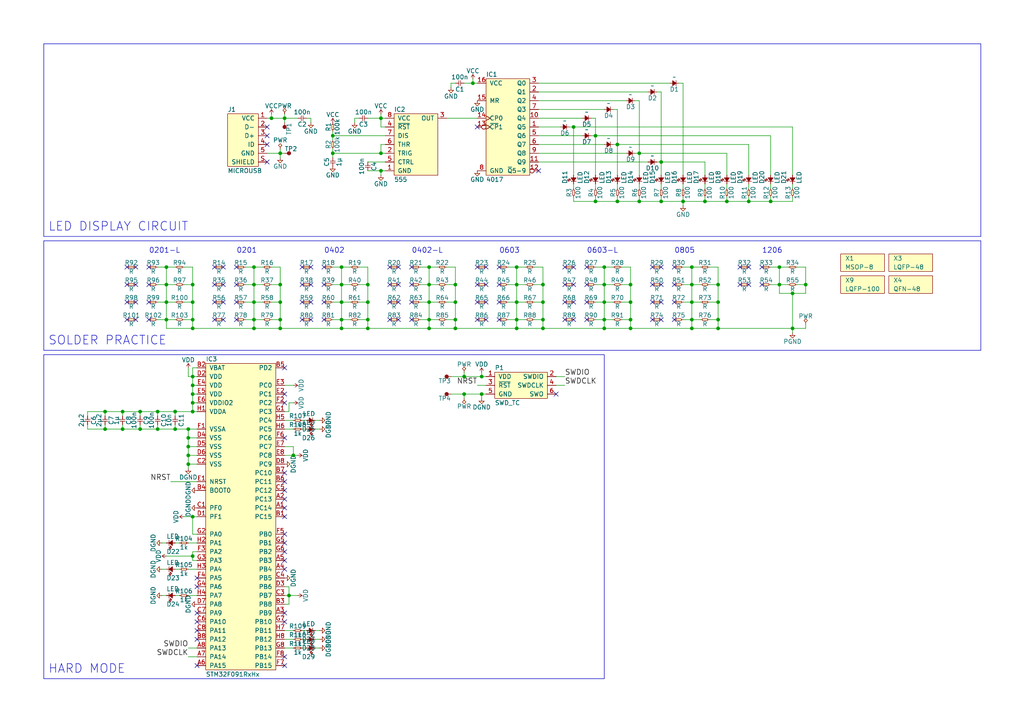
<source format=kicad_sch>
(kicad_sch (version 20230121) (generator eeschema)
  (paper "A4")
  (title_block (title "SMD Test Board") (date "2015-12-26") (rev "1") (company "Dyson Design Centre") (comment 1 "Drawn By: Adam Greig"))
  (junction (at 134.62 109.22))
  (junction (at 204.47 58.42))
  (junction (at 124.46 82.55))
  (junction (at 55.88 109.22))
  (junction (at 48.26 92.71))
  (junction (at 132.08 95.25))
  (junction (at 54.61 132.08))
  (junction (at 54.61 127))
  (junction (at 81.28 82.55))
  (junction (at 124.46 87.63))
  (junction (at 99.06 82.55))
  (junction (at 191.77 46.99))
  (junction (at 30.48 124.46))
  (junction (at 166.37 36.83))
  (junction (at 139.7 109.22))
  (junction (at 172.72 58.42))
  (junction (at 110.49 34.29))
  (junction (at 157.48 92.71))
  (junction (at 149.86 92.71))
  (junction (at 73.66 87.63))
  (junction (at 175.26 82.55))
  (junction (at 182.88 92.71))
  (junction (at 50.8 124.46))
  (junction (at 191.77 58.42))
  (junction (at 81.28 92.71))
  (junction (at 182.88 82.55))
  (junction (at 40.64 119.38))
  (junction (at 81.28 87.63))
  (junction (at 185.42 44.45))
  (junction (at 175.26 77.47))
  (junction (at 99.06 87.63))
  (junction (at 73.66 82.55))
  (junction (at 73.66 95.25))
  (junction (at 139.7 114.3))
  (junction (at 96.52 44.45))
  (junction (at 172.72 39.37))
  (junction (at 106.68 92.71))
  (junction (at 83.82 172.72))
  (junction (at 99.06 77.47))
  (junction (at 54.61 134.62))
  (junction (at 40.64 124.46))
  (junction (at 30.48 119.38))
  (junction (at 48.26 87.63))
  (junction (at 99.06 95.25))
  (junction (at 157.48 82.55))
  (junction (at 132.08 82.55))
  (junction (at 81.28 95.25))
  (junction (at 226.06 77.47))
  (junction (at 132.08 87.63))
  (junction (at 54.61 124.46))
  (junction (at 229.87 85.09))
  (junction (at 48.26 82.55))
  (junction (at 81.28 44.45))
  (junction (at 99.06 92.71))
  (junction (at 54.61 129.54))
  (junction (at 175.26 92.71))
  (junction (at 149.86 77.47))
  (junction (at 185.42 58.42))
  (junction (at 208.28 95.25))
  (junction (at 149.86 82.55))
  (junction (at 157.48 87.63))
  (junction (at 50.8 119.38))
  (junction (at 233.68 82.55))
  (junction (at 85.09 132.08))
  (junction (at 208.28 87.63))
  (junction (at 208.28 82.55))
  (junction (at 200.66 82.55))
  (junction (at 217.17 58.42))
  (junction (at 110.49 44.45))
  (junction (at 200.66 87.63))
  (junction (at 55.88 92.71))
  (junction (at 106.68 82.55))
  (junction (at 73.66 77.47))
  (junction (at 55.88 95.25))
  (junction (at 157.48 95.25))
  (junction (at 48.26 77.47))
  (junction (at 96.52 39.37))
  (junction (at 35.56 119.38))
  (junction (at 137.16 24.13))
  (junction (at 229.87 95.25))
  (junction (at 55.88 149.86))
  (junction (at 198.12 58.42))
  (junction (at 55.88 82.55))
  (junction (at 55.88 116.84))
  (junction (at 78.74 34.29))
  (junction (at 124.46 92.71))
  (junction (at 182.88 87.63))
  (junction (at 200.66 92.71))
  (junction (at 179.07 58.42))
  (junction (at 110.49 49.53))
  (junction (at 226.06 82.55))
  (junction (at 179.07 41.91))
  (junction (at 73.66 92.71))
  (junction (at 223.52 58.42))
  (junction (at 55.88 111.76))
  (junction (at 45.72 124.46))
  (junction (at 210.82 58.42))
  (junction (at 55.88 119.38))
  (junction (at 134.62 114.3))
  (junction (at 132.08 92.71))
  (junction (at 175.26 95.25))
  (junction (at 182.88 95.25))
  (junction (at 124.46 77.47))
  (junction (at 45.72 119.38))
  (junction (at 175.26 87.63))
  (junction (at 200.66 95.25))
  (junction (at 106.68 87.63))
  (junction (at 106.68 95.25))
  (junction (at 55.88 114.3))
  (junction (at 200.66 77.47))
  (junction (at 124.46 95.25))
  (junction (at 55.88 161.29))
  (junction (at 82.55 34.29))
  (junction (at 149.86 87.63))
  (junction (at 208.28 92.71))
  (junction (at 35.56 124.46))
  (junction (at 149.86 95.25))
  (junction (at 55.88 87.63))
  (no_connect (at 195.58 92.71))
  (no_connect (at 82.55 144.78))
  (no_connect (at 140.97 77.47))
  (no_connect (at 90.17 77.47))
  (no_connect (at 82.55 162.56))
  (no_connect (at 189.23 82.55))
  (no_connect (at 82.55 180.34))
  (no_connect (at 82.55 190.5))
  (no_connect (at 191.77 82.55))
  (no_connect (at 43.18 77.47))
  (no_connect (at 189.23 92.71))
  (no_connect (at 36.83 87.63))
  (no_connect (at 220.98 82.55))
  (no_connect (at 64.77 77.47))
  (no_connect (at 36.83 77.47))
  (no_connect (at 64.77 87.63))
  (no_connect (at 57.15 182.88))
  (no_connect (at 87.63 87.63))
  (no_connect (at 119.38 92.71))
  (no_connect (at 90.17 82.55))
  (no_connect (at 144.78 92.71))
  (no_connect (at 166.37 92.71))
  (no_connect (at 195.58 82.55))
  (no_connect (at 57.15 170.18))
  (no_connect (at 163.83 82.55))
  (no_connect (at 191.77 77.47))
  (no_connect (at 217.17 82.55))
  (no_connect (at 36.83 92.71))
  (no_connect (at 113.03 82.55))
  (no_connect (at 82.55 114.3))
  (no_connect (at 82.55 106.68))
  (no_connect (at 170.18 77.47))
  (no_connect (at 68.58 87.63))
  (no_connect (at 140.97 82.55))
  (no_connect (at 62.23 92.71))
  (no_connect (at 166.37 77.47))
  (no_connect (at 93.98 87.63))
  (no_connect (at 170.18 87.63))
  (no_connect (at 140.97 92.71))
  (no_connect (at 156.21 49.53))
  (no_connect (at 93.98 77.47))
  (no_connect (at 64.77 82.55))
  (no_connect (at 57.15 180.34))
  (no_connect (at 195.58 77.47))
  (no_connect (at 115.57 77.47))
  (no_connect (at 39.37 82.55))
  (no_connect (at 220.98 77.47))
  (no_connect (at 189.23 77.47))
  (no_connect (at 163.83 87.63))
  (no_connect (at 57.15 167.64))
  (no_connect (at 166.37 82.55))
  (no_connect (at 144.78 87.63))
  (no_connect (at 77.47 46.99))
  (no_connect (at 191.77 87.63))
  (no_connect (at 43.18 92.71))
  (no_connect (at 170.18 92.71))
  (no_connect (at 138.43 92.71))
  (no_connect (at 57.15 177.8))
  (no_connect (at 82.55 177.8))
  (no_connect (at 82.55 160.02))
  (no_connect (at 62.23 77.47))
  (no_connect (at 161.29 114.3))
  (no_connect (at 39.37 92.71))
  (no_connect (at 166.37 87.63))
  (no_connect (at 82.55 137.16))
  (no_connect (at 43.18 87.63))
  (no_connect (at 163.83 92.71))
  (no_connect (at 90.17 87.63))
  (no_connect (at 93.98 92.71))
  (no_connect (at 113.03 87.63))
  (no_connect (at 87.63 77.47))
  (no_connect (at 82.55 127))
  (no_connect (at 119.38 82.55))
  (no_connect (at 57.15 193.04))
  (no_connect (at 217.17 77.47))
  (no_connect (at 82.55 147.32))
  (no_connect (at 82.55 116.84))
  (no_connect (at 68.58 82.55))
  (no_connect (at 170.18 82.55))
  (no_connect (at 87.63 92.71))
  (no_connect (at 138.43 77.47))
  (no_connect (at 90.17 92.71))
  (no_connect (at 138.43 82.55))
  (no_connect (at 115.57 82.55))
  (no_connect (at 138.43 87.63))
  (no_connect (at 87.63 82.55))
  (no_connect (at 119.38 87.63))
  (no_connect (at 113.03 77.47))
  (no_connect (at 191.77 92.71))
  (no_connect (at 189.23 87.63))
  (no_connect (at 214.63 77.47))
  (no_connect (at 77.47 36.83))
  (no_connect (at 82.55 154.94))
  (no_connect (at 43.18 82.55))
  (no_connect (at 57.15 185.42))
  (no_connect (at 144.78 77.47))
  (no_connect (at 163.83 77.47))
  (no_connect (at 77.47 41.91))
  (no_connect (at 36.83 82.55))
  (no_connect (at 115.57 92.71))
  (no_connect (at 113.03 92.71))
  (no_connect (at 82.55 165.1))
  (no_connect (at 39.37 87.63))
  (no_connect (at 138.43 36.83))
  (no_connect (at 115.57 87.63))
  (no_connect (at 68.58 92.71))
  (no_connect (at 62.23 87.63))
  (no_connect (at 64.77 92.71))
  (no_connect (at 140.97 87.63))
  (no_connect (at 144.78 82.55))
  (no_connect (at 93.98 82.55))
  (no_connect (at 82.55 139.7))
  (no_connect (at 82.55 193.04))
  (no_connect (at 195.58 87.63))
  (no_connect (at 77.47 39.37))
  (no_connect (at 119.38 77.47))
  (no_connect (at 68.58 77.47))
  (no_connect (at 62.23 82.55))
  (no_connect (at 82.55 149.86))
  (no_connect (at 39.37 77.47))
  (no_connect (at 214.63 82.55))
  (no_connect (at 82.55 142.24))
  (no_connect (at 82.55 157.48))
  (wire (pts (xy 81.28 95.25) (xy 81.28 92.71)))
  (wire (pts (xy 180.34 82.55) (xy 182.88 82.55)))
  (wire (pts (xy 208.28 95.25) (xy 229.87 95.25)))
  (wire (pts (xy 157.48 77.47) (xy 154.94 77.47)))
  (wire (pts (xy 181.61 29.21) (xy 156.21 29.21)))
  (wire (pts (xy 53.34 149.86) (xy 55.88 149.86)))
  (wire (pts (xy 180.34 87.63) (xy 182.88 87.63)))
  (wire (pts (xy 45.72 87.63) (xy 48.26 87.63)))
  (wire (pts (xy 83.82 116.84) (xy 85.09 116.84)))
  (wire (pts (xy 132.08 77.47) (xy 129.54 77.47)))
  (wire (pts (xy 124.46 87.63) (xy 127 87.63)))
  (wire (pts (xy 83.82 172.72) (xy 83.82 175.26)))
  (wire (pts (xy 166.37 36.83) (xy 166.37 50.8)))
  (wire (pts (xy 78.74 82.55) (xy 81.28 82.55)))
  (wire (pts (xy 175.26 41.91) (xy 156.21 41.91)))
  (wire (pts (xy 48.26 77.47) (xy 50.8 77.47)))
  (wire (pts (xy 172.72 92.71) (xy 175.26 92.71)))
  (wire (pts (xy 198.12 53.34) (xy 198.12 54.61)))
  (wire (pts (xy 106.68 49.53) (xy 110.49 49.53)))
  (wire (pts (xy 104.14 87.63) (xy 106.68 87.63)))
  (wire (pts (xy 50.8 124.46) (xy 54.61 124.46)))
  (wire (pts (xy 57.15 190.5) (xy 54.61 190.5)))
  (wire (pts (xy 81.28 95.25) (xy 99.06 95.25)))
  (wire (pts (xy 110.49 36.83) (xy 111.76 36.83)))
  (wire (pts (xy 179.07 53.34) (xy 179.07 54.61)))
  (wire (pts (xy 229.87 58.42) (xy 229.87 57.15)))
  (wire (pts (xy 223.52 57.15) (xy 223.52 58.42)))
  (wire (pts (xy 233.68 95.25) (xy 233.68 93.98)))
  (wire (pts (xy 184.15 44.45) (xy 185.42 44.45)))
  (wire (pts (xy 48.26 77.47) (xy 48.26 82.55)))
  (wire (pts (xy 88.9 185.42) (xy 87.63 185.42)))
  (wire (pts (xy 48.26 92.71) (xy 50.8 92.71)))
  (wire (pts (xy 137.16 24.13) (xy 138.43 24.13)))
  (wire (pts (xy 110.49 41.91) (xy 110.49 44.45)))
  (wire (pts (xy 54.61 132.08) (xy 54.61 134.62)))
  (wire (pts (xy 106.68 34.29) (xy 110.49 34.29)))
  (wire (pts (xy 132.08 24.13) (xy 130.81 24.13)))
  (wire (pts (xy 157.48 87.63) (xy 157.48 82.55)))
  (wire (pts (xy 198.12 58.42) (xy 204.47 58.42)))
  (wire (pts (xy 172.72 57.15) (xy 172.72 58.42)))
  (wire (pts (xy 139.7 115.57) (xy 139.7 114.3)))
  (wire (pts (xy 54.61 172.72) (xy 57.15 172.72)))
  (wire (pts (xy 200.66 77.47) (xy 200.66 82.55)))
  (wire (pts (xy 50.8 119.38) (xy 50.8 120.65)))
  (wire (pts (xy 171.45 39.37) (xy 172.72 39.37)))
  (wire (pts (xy 157.48 95.25) (xy 175.26 95.25)))
  (wire (pts (xy 134.62 115.57) (xy 134.62 114.3)))
  (wire (pts (xy 196.85 24.13) (xy 198.12 24.13)))
  (wire (pts (xy 182.88 95.25) (xy 200.66 95.25)))
  (wire (pts (xy 191.77 57.15) (xy 191.77 58.42)))
  (wire (pts (xy 208.28 77.47) (xy 205.74 77.47)))
  (wire (pts (xy 217.17 53.34) (xy 217.17 54.61)))
  (wire (pts (xy 134.62 114.3) (xy 139.7 114.3)))
  (wire (pts (xy 73.66 95.25) (xy 81.28 95.25)))
  (wire (pts (xy 185.42 53.34) (xy 185.42 54.61)))
  (wire (pts (xy 77.47 44.45) (xy 81.28 44.45)))
  (wire (pts (xy 182.88 87.63) (xy 182.88 82.55)))
  (wire (pts (xy 194.31 24.13) (xy 156.21 24.13)))
  (wire (pts (xy 35.56 119.38) (xy 35.56 120.65)))
  (wire (pts (xy 99.06 92.71) (xy 101.6 92.71)))
  (wire (pts (xy 78.74 34.29) (xy 82.55 34.29)))
  (wire (pts (xy 81.28 77.47) (xy 78.74 77.47)))
  (wire (pts (xy 55.88 149.86) (xy 57.15 149.86)))
  (wire (pts (xy 55.88 111.76) (xy 57.15 111.76)))
  (wire (pts (xy 73.66 87.63) (xy 76.2 87.63)))
  (wire (pts (xy 140.97 111.76) (xy 138.43 111.76)))
  (wire (pts (xy 121.92 82.55) (xy 124.46 82.55)))
  (wire (pts (xy 149.86 95.25) (xy 157.48 95.25)))
  (wire (pts (xy 40.64 124.46) (xy 45.72 124.46)))
  (wire (pts (xy 124.46 82.55) (xy 127 82.55)))
  (wire (pts (xy 92.71 124.46) (xy 91.44 124.46)))
  (wire (pts (xy 191.77 53.34) (xy 191.77 54.61)))
  (wire (pts (xy 175.26 82.55) (xy 177.8 82.55)))
  (wire (pts (xy 99.06 95.25) (xy 99.06 92.71)))
  (wire (pts (xy 85.09 121.92) (xy 82.55 121.92)))
  (wire (pts (xy 172.72 87.63) (xy 175.26 87.63)))
  (wire (pts (xy 198.12 77.47) (xy 200.66 77.47)))
  (wire (pts (xy 102.87 34.29) (xy 104.14 34.29)))
  (wire (pts (xy 217.17 57.15) (xy 217.17 58.42)))
  (polyline (pts (xy 12.7 12.7) (xy 284.48 12.7)))
  (wire (pts (xy 179.07 58.42) (xy 185.42 58.42)))
  (wire (pts (xy 45.72 119.38) (xy 45.72 120.65)))
  (wire (pts (xy 48.26 82.55) (xy 50.8 82.55)))
  (wire (pts (xy 139.7 109.22) (xy 140.97 109.22)))
  (wire (pts (xy 204.47 53.34) (xy 204.47 54.61)))
  (wire (pts (xy 198.12 87.63) (xy 200.66 87.63)))
  (wire (pts (xy 40.64 119.38) (xy 40.64 120.65)))
  (wire (pts (xy 82.55 119.38) (xy 83.82 119.38)))
  (wire (pts (xy 124.46 95.25) (xy 132.08 95.25)))
  (wire (pts (xy 166.37 58.42) (xy 166.37 57.15)))
  (wire (pts (xy 55.88 109.22) (xy 55.88 111.76)))
  (wire (pts (xy 187.96 46.99) (xy 156.21 46.99)))
  (wire (pts (xy 208.28 82.55) (xy 208.28 87.63)))
  (wire (pts (xy 217.17 58.42) (xy 223.52 58.42)))
  (polyline (pts (xy 12.7 102.87) (xy 12.7 196.85)))
  (wire (pts (xy 134.62 109.22) (xy 134.62 107.95)))
  (wire (pts (xy 30.48 123.19) (xy 30.48 124.46)))
  (wire (pts (xy 231.14 82.55) (xy 233.68 82.55)))
  (wire (pts (xy 77.47 34.29) (xy 78.74 34.29)))
  (wire (pts (xy 175.26 87.63) (xy 175.26 82.55)))
  (wire (pts (xy 53.34 92.71) (xy 55.88 92.71)))
  (wire (pts (xy 179.07 31.75) (xy 179.07 41.91)))
  (wire (pts (xy 200.66 92.71) (xy 200.66 95.25)))
  (wire (pts (xy 50.8 172.72) (xy 52.07 172.72)))
  (wire (pts (xy 85.09 124.46) (xy 82.55 124.46)))
  (wire (pts (xy 191.77 58.42) (xy 198.12 58.42)))
  (wire (pts (xy 81.28 44.45) (xy 82.55 44.45)))
  (wire (pts (xy 106.68 95.25) (xy 124.46 95.25)))
  (wire (pts (xy 226.06 77.47) (xy 226.06 82.55)))
  (wire (pts (xy 96.52 82.55) (xy 99.06 82.55)))
  (wire (pts (xy 57.15 154.94) (xy 55.88 154.94)))
  (wire (pts (xy 132.08 92.71) (xy 132.08 87.63)))
  (wire (pts (xy 223.52 82.55) (xy 226.06 82.55)))
  (wire (pts (xy 54.61 127) (xy 57.15 127)))
  (wire (pts (xy 175.26 77.47) (xy 177.8 77.47)))
  (wire (pts (xy 73.66 82.55) (xy 76.2 82.55)))
  (wire (pts (xy 130.81 24.13) (xy 130.81 25.4)))
  (wire (pts (xy 110.49 34.29) (xy 110.49 36.83)))
  (wire (pts (xy 182.88 92.71) (xy 182.88 87.63)))
  (wire (pts (xy 200.66 95.25) (xy 208.28 95.25)))
  (wire (pts (xy 55.88 95.25) (xy 73.66 95.25)))
  (wire (pts (xy 124.46 95.25) (xy 124.46 92.71)))
  (wire (pts (xy 121.92 77.47) (xy 124.46 77.47)))
  (wire (pts (xy 99.06 87.63) (xy 101.6 87.63)))
  (wire (pts (xy 223.52 53.34) (xy 223.52 54.61)))
  (wire (pts (xy 204.47 57.15) (xy 204.47 58.42)))
  (wire (pts (xy 162.56 36.83) (xy 156.21 36.83)))
  (wire (pts (xy 35.56 119.38) (xy 30.48 119.38)))
  (wire (pts (xy 172.72 34.29) (xy 172.72 39.37)))
  (wire (pts (xy 124.46 87.63) (xy 124.46 82.55)))
  (wire (pts (xy 49.53 139.7) (xy 57.15 139.7)))
  (wire (pts (xy 208.28 92.71) (xy 205.74 92.71)))
  (wire (pts (xy 57.15 160.02) (xy 55.88 160.02)))
  (wire (pts (xy 165.1 36.83) (xy 166.37 36.83)))
  (polyline (pts (xy 284.48 68.58) (xy 12.7 68.58)))
  (wire (pts (xy 40.64 119.38) (xy 35.56 119.38)))
  (wire (pts (xy 181.61 44.45) (xy 156.21 44.45)))
  (wire (pts (xy 168.91 34.29) (xy 156.21 34.29)))
  (wire (pts (xy 85.09 132.08) (xy 82.55 132.08)))
  (wire (pts (xy 104.14 82.55) (xy 106.68 82.55)))
  (wire (pts (xy 149.86 92.71) (xy 152.4 92.71)))
  (wire (pts (xy 88.9 182.88) (xy 87.63 182.88)))
  (polyline (pts (xy 12.7 196.85) (xy 175.26 196.85)))
  (wire (pts (xy 172.72 77.47) (xy 175.26 77.47)))
  (wire (pts (xy 55.88 114.3) (xy 57.15 114.3)))
  (wire (pts (xy 229.87 53.34) (xy 229.87 54.61)))
  (wire (pts (xy 54.61 109.22) (xy 54.61 106.68)))
  (wire (pts (xy 139.7 107.95) (xy 139.7 109.22)))
  (wire (pts (xy 99.06 82.55) (xy 99.06 77.47)))
  (wire (pts (xy 149.86 77.47) (xy 152.4 77.47)))
  (polyline (pts (xy 12.7 101.6) (xy 284.48 101.6)))
  (wire (pts (xy 223.52 77.47) (xy 226.06 77.47)))
  (polyline (pts (xy 12.7 68.58) (xy 12.7 12.7)))
  (wire (pts (xy 45.72 92.71) (xy 48.26 92.71)))
  (wire (pts (xy 175.26 82.55) (xy 175.26 77.47)))
  (wire (pts (xy 53.34 82.55) (xy 55.88 82.55)))
  (wire (pts (xy 35.56 123.19) (xy 35.56 124.46)))
  (wire (pts (xy 86.36 132.08) (xy 85.09 132.08)))
  (wire (pts (xy 45.72 123.19) (xy 45.72 124.46)))
  (wire (pts (xy 111.76 41.91) (xy 110.49 41.91)))
  (wire (pts (xy 110.49 34.29) (xy 111.76 34.29)))
  (wire (pts (xy 81.28 43.18) (xy 81.28 44.45)))
  (wire (pts (xy 226.06 85.09) (xy 229.87 85.09)))
  (wire (pts (xy 233.68 82.55) (xy 233.68 77.47)))
  (wire (pts (xy 149.86 92.71) (xy 149.86 87.63)))
  (wire (pts (xy 172.72 39.37) (xy 223.52 39.37)))
  (wire (pts (xy 99.06 92.71) (xy 99.06 87.63)))
  (wire (pts (xy 50.8 123.19) (xy 50.8 124.46)))
  (wire (pts (xy 73.66 95.25) (xy 73.66 92.71)))
  (wire (pts (xy 55.88 116.84) (xy 57.15 116.84)))
  (wire (pts (xy 81.28 92.71) (xy 81.28 87.63)))
  (wire (pts (xy 191.77 46.99) (xy 204.47 46.99)))
  (wire (pts (xy 229.87 36.83) (xy 229.87 50.8)))
  (wire (pts (xy 30.48 124.46) (xy 35.56 124.46)))
  (wire (pts (xy 88.9 187.96) (xy 87.63 187.96)))
  (wire (pts (xy 106.68 87.63) (xy 106.68 82.55)))
  (wire (pts (xy 147.32 87.63) (xy 149.86 87.63)))
  (wire (pts (xy 172.72 39.37) (xy 172.72 50.8)))
  (wire (pts (xy 48.26 92.71) (xy 48.26 95.25)))
  (wire (pts (xy 73.66 77.47) (xy 76.2 77.47)))
  (wire (pts (xy 53.34 87.63) (xy 55.88 87.63)))
  (polyline (pts (xy 284.48 101.6) (xy 284.48 69.85)))
  (wire (pts (xy 45.72 119.38) (xy 40.64 119.38)))
  (wire (pts (xy 149.86 95.25) (xy 149.86 92.71)))
  (wire (pts (xy 208.28 87.63) (xy 208.28 92.71)))
  (wire (pts (xy 200.66 82.55) (xy 203.2 82.55)))
  (wire (pts (xy 45.72 77.47) (xy 48.26 77.47)))
  (wire (pts (xy 73.66 92.71) (xy 76.2 92.71)))
  (polyline (pts (xy 284.48 69.85) (xy 12.7 69.85)))
  (wire (pts (xy 210.82 57.15) (xy 210.82 58.42)))
  (wire (pts (xy 85.09 129.54) (xy 85.09 132.08)))
  (wire (pts (xy 55.88 109.22) (xy 54.61 109.22)))
  (wire (pts (xy 134.62 24.13) (xy 137.16 24.13)))
  (wire (pts (xy 132.08 87.63) (xy 132.08 82.55)))
  (wire (pts (xy 185.42 44.45) (xy 210.82 44.45)))
  (wire (pts (xy 111.76 46.99) (xy 106.68 46.99)))
  (wire (pts (xy 233.68 85.09) (xy 233.68 82.55)))
  (wire (pts (xy 175.26 92.71) (xy 177.8 92.71)))
  (wire (pts (xy 154.94 92.71) (xy 157.48 92.71)))
  (wire (pts (xy 149.86 82.55) (xy 152.4 82.55)))
  (wire (pts (xy 191.77 46.99) (xy 191.77 50.8)))
  (wire (pts (xy 226.06 82.55) (xy 228.6 82.55)))
  (wire (pts (xy 40.64 123.19) (xy 40.64 124.46)))
  (wire (pts (xy 50.8 157.48) (xy 52.07 157.48)))
  (wire (pts (xy 121.92 92.71) (xy 124.46 92.71)))
  (wire (pts (xy 102.87 35.56) (xy 102.87 34.29)))
  (wire (pts (xy 157.48 92.71) (xy 157.48 87.63)))
  (wire (pts (xy 147.32 77.47) (xy 149.86 77.47)))
  (wire (pts (xy 210.82 53.34) (xy 210.82 54.61)))
  (wire (pts (xy 99.06 87.63) (xy 99.06 82.55)))
  (wire (pts (xy 138.43 34.29) (xy 129.54 34.29)))
  (wire (pts (xy 92.71 187.96) (xy 91.44 187.96)))
  (wire (pts (xy 223.52 39.37) (xy 223.52 50.8)))
  (wire (pts (xy 157.48 95.25) (xy 157.48 92.71)))
  (wire (pts (xy 88.9 124.46) (xy 87.63 124.46)))
  (wire (pts (xy 129.54 87.63) (xy 132.08 87.63)))
  (wire (pts (xy 185.42 58.42) (xy 191.77 58.42)))
  (wire (pts (xy 55.88 114.3) (xy 55.88 116.84)))
  (wire (pts (xy 208.28 77.47) (xy 208.28 82.55)))
  (wire (pts (xy 198.12 24.13) (xy 198.12 50.8)))
  (wire (pts (xy 185.42 57.15) (xy 185.42 58.42)))
  (wire (pts (xy 78.74 87.63) (xy 81.28 87.63)))
  (wire (pts (xy 132.08 95.25) (xy 132.08 92.71)))
  (wire (pts (xy 179.07 41.91) (xy 179.07 50.8)))
  (wire (pts (xy 55.88 87.63) (xy 55.88 92.71)))
  (wire (pts (xy 55.88 162.56) (xy 57.15 162.56)))
  (wire (pts (xy 163.83 111.76) (xy 161.29 111.76)))
  (wire (pts (xy 149.86 87.63) (xy 152.4 87.63)))
  (wire (pts (xy 172.72 53.34) (xy 172.72 54.61)))
  (wire (pts (xy 124.46 77.47) (xy 127 77.47)))
  (wire (pts (xy 137.16 22.86) (xy 137.16 24.13)))
  (wire (pts (xy 96.52 43.18) (xy 96.52 44.45)))
  (wire (pts (xy 200.66 87.63) (xy 203.2 87.63)))
  (wire (pts (xy 88.9 121.92) (xy 87.63 121.92)))
  (wire (pts (xy 96.52 87.63) (xy 99.06 87.63)))
  (wire (pts (xy 229.87 95.25) (xy 233.68 95.25)))
  (wire (pts (xy 229.87 85.09) (xy 229.87 95.25)))
  (wire (pts (xy 57.15 134.62) (xy 54.61 134.62)))
  (wire (pts (xy 130.81 109.22) (xy 134.62 109.22)))
  (wire (pts (xy 175.26 95.25) (xy 182.88 95.25)))
  (wire (pts (xy 55.88 160.02) (xy 55.88 161.29)))
  (wire (pts (xy 124.46 82.55) (xy 124.46 77.47)))
  (wire (pts (xy 177.8 41.91) (xy 179.07 41.91)))
  (wire (pts (xy 46.99 165.1) (xy 48.26 165.1)))
  (wire (pts (xy 179.07 41.91) (xy 217.17 41.91)))
  (wire (pts (xy 110.49 33.02) (xy 110.49 34.29)))
  (wire (pts (xy 54.61 165.1) (xy 57.15 165.1)))
  (wire (pts (xy 175.26 95.25) (xy 175.26 92.71)))
  (polyline (pts (xy 175.26 102.87) (xy 12.7 102.87)))
  (wire (pts (xy 229.87 95.25) (xy 229.87 96.52)))
  (wire (pts (xy 177.8 31.75) (xy 179.07 31.75)))
  (wire (pts (xy 92.71 185.42) (xy 91.44 185.42)))
  (wire (pts (xy 111.76 39.37) (xy 96.52 39.37)))
  (wire (pts (xy 154.94 87.63) (xy 157.48 87.63)))
  (wire (pts (xy 96.52 39.37) (xy 96.52 40.64)))
  (wire (pts (xy 54.61 129.54) (xy 54.61 132.08)))
  (wire (pts (xy 198.12 92.71) (xy 200.66 92.71)))
  (wire (pts (xy 83.82 175.26) (xy 82.55 175.26)))
  (wire (pts (xy 147.32 82.55) (xy 149.86 82.55)))
  (wire (pts (xy 54.61 124.46) (xy 57.15 124.46)))
  (wire (pts (xy 90.17 34.29) (xy 88.9 34.29)))
  (wire (pts (xy 82.55 170.18) (xy 83.82 170.18)))
  (wire (pts (xy 226.06 77.47) (xy 228.6 77.47)))
  (wire (pts (xy 198.12 57.15) (xy 198.12 58.42)))
  (wire (pts (xy 55.88 119.38) (xy 50.8 119.38)))
  (wire (pts (xy 48.26 161.29) (xy 55.88 161.29)))
  (wire (pts (xy 81.28 44.45) (xy 81.28 45.72)))
  (wire (pts (xy 82.55 129.54) (xy 85.09 129.54)))
  (wire (pts (xy 55.88 77.47) (xy 55.88 82.55)))
  (wire (pts (xy 132.08 95.25) (xy 149.86 95.25)))
  (wire (pts (xy 55.88 106.68) (xy 55.88 109.22)))
  (wire (pts (xy 82.55 34.29) (xy 86.36 34.29)))
  (wire (pts (xy 82.55 33.02) (xy 82.55 34.29)))
  (wire (pts (xy 54.61 129.54) (xy 57.15 129.54)))
  (wire (pts (xy 175.26 31.75) (xy 156.21 31.75)))
  (wire (pts (xy 85.09 182.88) (xy 82.55 182.88)))
  (wire (pts (xy 200.66 77.47) (xy 203.2 77.47)))
  (wire (pts (xy 54.61 134.62) (xy 54.61 135.89)))
  (wire (pts (xy 99.06 82.55) (xy 101.6 82.55)))
  (wire (pts (xy 57.15 109.22) (xy 55.88 109.22)))
  (wire (pts (xy 110.49 44.45) (xy 111.76 44.45)))
  (wire (pts (xy 45.72 82.55) (xy 48.26 82.55)))
  (wire (pts (xy 185.42 29.21) (xy 184.15 29.21)))
  (wire (pts (xy 157.48 82.55) (xy 157.48 77.47)))
  (wire (pts (xy 57.15 106.68) (xy 55.88 106.68)))
  (wire (pts (xy 54.61 157.48) (xy 57.15 157.48)))
  (wire (pts (xy 55.88 154.94) (xy 55.88 149.86)))
  (wire (pts (xy 129.54 82.55) (xy 132.08 82.55)))
  (wire (pts (xy 25.4 124.46) (xy 30.48 124.46)))
  (wire (pts (xy 48.26 87.63) (xy 48.26 92.71)))
  (wire (pts (xy 130.81 114.3) (xy 134.62 114.3)))
  (wire (pts (xy 172.72 82.55) (xy 175.26 82.55)))
  (wire (pts (xy 55.88 111.76) (xy 55.88 114.3)))
  (wire (pts (xy 48.26 87.63) (xy 50.8 87.63)))
  (wire (pts (xy 149.86 82.55) (xy 149.86 77.47)))
  (wire (pts (xy 96.52 44.45) (xy 110.49 44.45)))
  (wire (pts (xy 161.29 109.22) (xy 163.83 109.22)))
  (wire (pts (xy 57.15 119.38) (xy 55.88 119.38)))
  (wire (pts (xy 198.12 58.42) (xy 198.12 59.69)))
  (wire (pts (xy 82.55 34.29) (xy 82.55 35.56)))
  (wire (pts (xy 217.17 41.91) (xy 217.17 50.8)))
  (wire (pts (xy 200.66 92.71) (xy 203.2 92.71)))
  (wire (pts (xy 48.26 82.55) (xy 48.26 87.63)))
  (wire (pts (xy 175.26 87.63) (xy 177.8 87.63)))
  (wire (pts (xy 85.09 187.96) (xy 82.55 187.96)))
  (wire (pts (xy 54.61 127) (xy 54.61 129.54)))
  (wire (pts (xy 30.48 119.38) (xy 30.48 120.65)))
  (wire (pts (xy 124.46 92.71) (xy 127 92.71)))
  (wire (pts (xy 83.82 170.18) (xy 83.82 172.72)))
  (wire (pts (xy 210.82 58.42) (xy 217.17 58.42)))
  (wire (pts (xy 50.8 119.38) (xy 45.72 119.38)))
  (wire (pts (xy 78.74 92.71) (xy 81.28 92.71)))
  (wire (pts (xy 96.52 44.45) (xy 96.52 45.72)))
  (wire (pts (xy 104.14 92.71) (xy 106.68 92.71)))
  (wire (pts (xy 172.72 58.42) (xy 179.07 58.42)))
  (wire (pts (xy 182.88 77.47) (xy 180.34 77.47)))
  (wire (pts (xy 55.88 161.29) (xy 55.88 162.56)))
  (wire (pts (xy 124.46 92.71) (xy 124.46 87.63)))
  (wire (pts (xy 92.71 121.92) (xy 91.44 121.92)))
  (wire (pts (xy 96.52 38.1) (xy 96.52 39.37)))
  (wire (pts (xy 81.28 87.63) (xy 81.28 82.55)))
  (polyline (pts (xy 12.7 69.85) (xy 12.7 101.6)))
  (wire (pts (xy 55.88 116.84) (xy 55.88 119.38)))
  (wire (pts (xy 78.74 34.29) (xy 78.74 33.02)))
  (wire (pts (xy 96.52 77.47) (xy 99.06 77.47)))
  (wire (pts (xy 175.26 92.71) (xy 175.26 87.63)))
  (wire (pts (xy 187.96 26.67) (xy 156.21 26.67)))
  (wire (pts (xy 35.56 124.46) (xy 40.64 124.46)))
  (wire (pts (xy 46.99 172.72) (xy 48.26 172.72)))
  (wire (pts (xy 106.68 92.71) (xy 106.68 87.63)))
  (wire (pts (xy 129.54 92.71) (xy 132.08 92.71)))
  (wire (pts (xy 149.86 87.63) (xy 149.86 82.55)))
  (wire (pts (xy 83.82 119.38) (xy 83.82 116.84)))
  (wire (pts (xy 198.12 82.55) (xy 200.66 82.55)))
  (polyline (pts (xy 284.48 12.7) (xy 284.48 68.58)))
  (wire (pts (xy 55.88 82.55) (xy 55.88 87.63)))
  (wire (pts (xy 83.82 172.72) (xy 86.36 172.72)))
  (wire (pts (xy 185.42 44.45) (xy 185.42 50.8)))
  (wire (pts (xy 134.62 109.22) (xy 139.7 109.22)))
  (wire (pts (xy 139.7 114.3) (xy 140.97 114.3)))
  (wire (pts (xy 92.71 182.88) (xy 91.44 182.88)))
  (wire (pts (xy 229.87 85.09) (xy 233.68 85.09)))
  (wire (pts (xy 71.12 92.71) (xy 73.66 92.71)))
  (wire (pts (xy 205.74 82.55) (xy 208.28 82.55)))
  (wire (pts (xy 233.68 77.47) (xy 231.14 77.47)))
  (wire (pts (xy 99.06 95.25) (xy 106.68 95.25)))
  (wire (pts (xy 132.08 82.55) (xy 132.08 77.47)))
  (wire (pts (xy 210.82 44.45) (xy 210.82 50.8)))
  (wire (pts (xy 73.66 87.63) (xy 73.66 82.55)))
  (wire (pts (xy 54.61 187.96) (xy 57.15 187.96)))
  (wire (pts (xy 200.66 87.63) (xy 200.66 92.71)))
  (wire (pts (xy 121.92 87.63) (xy 124.46 87.63)))
  (wire (pts (xy 166.37 36.83) (xy 229.87 36.83)))
  (wire (pts (xy 147.32 92.71) (xy 149.86 92.71)))
  (wire (pts (xy 179.07 57.15) (xy 179.07 58.42)))
  (wire (pts (xy 110.49 49.53) (xy 111.76 49.53)))
  (wire (pts (xy 106.68 77.47) (xy 104.14 77.47)))
  (wire (pts (xy 182.88 95.25) (xy 182.88 92.71)))
  (wire (pts (xy 168.91 39.37) (xy 156.21 39.37)))
  (wire (pts (xy 180.34 92.71) (xy 182.88 92.71)))
  (wire (pts (xy 25.4 124.46) (xy 25.4 123.19)))
  (wire (pts (xy 25.4 119.38) (xy 25.4 120.65)))
  (wire (pts (xy 46.99 157.48) (xy 48.26 157.48)))
  (wire (pts (xy 73.66 82.55) (xy 73.66 77.47)))
  (wire (pts (xy 71.12 82.55) (xy 73.66 82.55)))
  (polyline (pts (xy 175.26 196.85) (xy 175.26 102.87)))
  (wire (pts (xy 166.37 58.42) (xy 172.72 58.42)))
  (wire (pts (xy 223.52 58.42) (xy 229.87 58.42)))
  (wire (pts (xy 55.88 77.47) (xy 53.34 77.47)))
  (wire (pts (xy 204.47 46.99) (xy 204.47 50.8)))
  (wire (pts (xy 54.61 124.46) (xy 54.61 127)))
  (wire (pts (xy 166.37 53.34) (xy 166.37 54.61)))
  (wire (pts (xy 55.88 92.71) (xy 55.88 95.25)))
  (wire (pts (xy 82.55 172.72) (xy 83.82 172.72)))
  (wire (pts (xy 71.12 77.47) (xy 73.66 77.47)))
  (wire (pts (xy 204.47 58.42) (xy 210.82 58.42)))
  (wire (pts (xy 99.06 77.47) (xy 101.6 77.47)))
  (wire (pts (xy 191.77 26.67) (xy 190.5 26.67)))
  (wire (pts (xy 226.06 82.55) (xy 226.06 85.09)))
  (wire (pts (xy 200.66 82.55) (xy 200.66 87.63)))
  (wire (pts (xy 185.42 29.21) (xy 185.42 44.45)))
  (wire (pts (xy 73.66 92.71) (xy 73.66 87.63)))
  (wire (pts (xy 208.28 92.71) (xy 208.28 95.25)))
  (wire (pts (xy 85.09 185.42) (xy 82.55 185.42)))
  (wire (pts (xy 71.12 87.63) (xy 73.66 87.63)))
  (wire (pts (xy 30.48 119.38) (xy 25.4 119.38)))
  (wire (pts (xy 50.8 165.1) (xy 52.07 165.1)))
  (wire (pts (xy 190.5 46.99) (xy 191.77 46.99)))
  (wire (pts (xy 154.94 82.55) (xy 157.48 82.55)))
  (wire (pts (xy 48.26 95.25) (xy 55.88 95.25)))
  (wire (pts (xy 96.52 92.71) (xy 99.06 92.71)))
  (wire (pts (xy 182.88 82.55) (xy 182.88 77.47)))
  (wire (pts (xy 45.72 124.46) (xy 50.8 124.46)))
  (wire (pts (xy 54.61 132.08) (xy 57.15 132.08)))
  (wire (pts (xy 82.55 111.76) (xy 85.09 111.76)))
  (wire (pts (xy 106.68 95.25) (xy 106.68 92.71)))
  (wire (pts (xy 90.17 34.29) (xy 90.17 35.56)))
  (wire (pts (xy 106.68 82.55) (xy 106.68 77.47)))
  (wire (pts (xy 191.77 26.67) (xy 191.77 46.99)))
  (wire (pts (xy 171.45 34.29) (xy 172.72 34.29)))
  (wire (pts (xy 208.28 87.63) (xy 205.74 87.63)))
  (wire (pts (xy 81.28 82.55) (xy 81.28 77.47)))
  (wire (pts (xy 110.49 50.8) (xy 110.49 49.53)))
  (text "0402" (at 93.98 73.66 0) (effects (font (size 1.524 1.524)) (justify left bottom)))
  (text "LED DISPLAY CIRCUIT" (at 13.97 67.31 0) (effects (font (size 2.54 2.54)) (justify left bottom)))
  (text "0201-L" (at 43.18 73.66 0) (effects (font (size 1.524 1.524)) (justify left bottom)))
  (text "0201" (at 68.58 73.66 0) (effects (font (size 1.524 1.524)) (justify left bottom)))
  (text "1206" (at 220.98 73.66 0) (effects (font (size 1.524 1.524)) (justify left bottom)))
  (text "SOLDER PRACTICE" (at 13.97 100.33 0) (effects (font (size 2.54 2.54)) (justify left bottom)))
  (text "0603" (at 144.78 73.66 0) (effects (font (size 1.524 1.524)) (justify left bottom)))
  (text "0402-L" (at 119.38 73.66 0) (effects (font (size 1.524 1.524)) (justify left bottom)))
  (text "HARD MODE" (at 13.97 195.58 0) (effects (font (size 2.54 2.54)) (justify left bottom)))
  (text "0805" (at 195.58 73.66 0) (effects (font (size 1.524 1.524)) (justify left bottom)))
  (text "0603-L" (at 170.18 73.66 0) (effects (font (size 1.524 1.524)) (justify left bottom)))
  (label "SWDIO" (at 163.83 109.22 0) (effects (font (size 1.524 1.524))))
  (label "SWDCLK" (at 54.61 190.5 180) (effects (font (size 1.524 1.524))))
  (label "SWDCLK" (at 163.83 111.76 0) (effects (font (size 1.524 1.524))))
  (label "NRST" (at 49.53 139.7 180) (effects (font (size 1.524 1.524))))
  (label "NRST" (at 138.43 111.76 180) (effects (font (size 1.524 1.524))))
  (label "SWDIO" (at 54.61 187.96 180) (effects (font (size 1.524 1.524))))
  (symbol (lib_id "smdboard-rescue:555") (at 121.92 41.91 0) (unit 1)
    (property "Reference" "IC2" (at 114.3 31.75 0) (effects (justify left)))
    (property "Value" "555" (at 114.3 52.07 0) (effects (justify left)))
    (property "Footprint" "agg:SOIC-8" (effects hide))
    (property "Farnell" "9589880" (effects hide))
  )
  (symbol (lib_id "smdboard-rescue:4017") (at 148.59 34.29 0) (unit 1)
    (property "Reference" "IC1" (at 140.97 21.59 0) (effects (justify left)))
    (property "Value" "4017" (at 140.97 52.07 0) (effects (justify left)))
    (property "Footprint" "agg:SOIC-16" (effects hide))
    (property "Farnell" "1085280" (effects hide))
  )
  (symbol (lib_id "smdboard-rescue:R") (at 96.52 38.1 90) (unit 1)
    (property "Reference" "R1" (at 95.25 36.83 0))
    (property "Value" "100k" (at 97.79 36.83 0))
    (property "Footprint" "agg:0805" (effects hide))
    (property "Farnell" "2447551" (effects hide))
  )
  (symbol (lib_id "smdboard-rescue:R") (at 96.52 43.18 90) (unit 1)
    (property "Reference" "R2" (at 95.25 41.91 0))
    (property "Value" "100k" (at 97.79 41.91 0))
    (property "Footprint" "agg:0805" (effects hide))
    (property "Farnell" "2447551" (effects hide))
  )
  (symbol (lib_id "smdboard-rescue:C") (at 96.52 48.26 90) (unit 1)
    (property "Reference" "C5" (at 94.742 46.99 0))
    (property "Value" "1µ" (at 98.298 46.99 0))
    (property "Footprint" "agg:0805" (effects hide))
    (property "Farnell" "2497045" (effects hide))
  )
  (symbol (lib_id "smdboard-rescue:C") (at 106.68 34.29 180) (unit 1)
    (property "Reference" "C3" (at 105.41 36.068 0))
    (property "Value" "100n" (at 105.41 32.512 0))
    (property "Footprint" "agg:0805" (effects hide))
    (property "Farnell" "2496944" (effects hide))
  )
  (symbol (lib_id "smdboard-rescue:C") (at 106.68 46.99 270) (unit 1)
    (property "Reference" "C4" (at 108.458 48.26 0))
    (property "Value" "100n" (at 104.902 48.26 0))
    (property "Footprint" "agg:0805" (effects hide))
    (property "Farnell" "2496944" (effects hide))
  )
  (symbol (lib_id "smdboard-rescue:GND") (at 110.49 50.8 0) (unit 1)
    (property "Reference" "#PWR01" (effects hide))
    (property "Value" "GND" (at 110.49 53.34 0))
  )
  (symbol (lib_id "smdboard-rescue:VCC") (at 110.49 33.02 0) (unit 1)
    (property "Reference" "#PWR02" (effects hide))
    (property "Value" "VCC" (at 110.49 30.734 0))
  )
  (symbol (lib_id "smdboard-rescue:GND") (at 102.87 35.56 0) (unit 1)
    (property "Reference" "#PWR03" (effects hide))
    (property "Value" "GND" (at 102.87 38.1 0))
  )
  (symbol (lib_id "smdboard-rescue:GND") (at 96.52 48.26 0) (unit 1)
    (property "Reference" "#PWR04" (effects hide))
    (property "Value" "GND" (at 96.52 50.8 0))
  )
  (symbol (lib_id "smdboard-rescue:D") (at 190.5 26.67 180) (unit 1)
    (property "Reference" "D2" (at 189.23 28.448 0))
    (property "Value" "~" (at 189.23 24.892 0))
    (property "Footprint" "agg:SOD-323" (effects hide))
    (property "Farnell" "1466524" (effects hide))
  )
  (symbol (lib_id "smdboard-rescue:VCC") (at 96.52 35.56 0) (unit 1)
    (property "Reference" "#PWR05" (effects hide))
    (property "Value" "VCC" (at 96.52 33.274 0))
  )
  (symbol (lib_id "smdboard-rescue:LED") (at 166.37 53.34 90) (unit 1)
    (property "Reference" "D11" (at 163.83 53.34 0) (effects (justify left)))
    (property "Value" "LED" (at 168.275 53.34 0) (effects (justify left)))
    (property "Footprint" "agg:0805-LED" (effects hide))
    (property "Farnell" "5790840" (effects hide))
  )
  (symbol (lib_id "smdboard-rescue:R") (at 179.07 57.15 90) (unit 1)
    (property "Reference" "R5" (at 177.8 55.88 0))
    (property "Value" "100" (at 180.34 55.88 0))
    (property "Footprint" "agg:0805" (effects hide))
    (property "Farnell" "2447552" (effects hide))
  )
  (symbol (lib_id "smdboard-rescue:GND") (at 138.43 49.53 0) (unit 1)
    (property "Reference" "#PWR06" (effects hide))
    (property "Value" "GND" (at 138.43 52.07 0))
  )
  (symbol (lib_id "smdboard-rescue:VCC") (at 137.16 22.86 0) (unit 1)
    (property "Reference" "#PWR07" (effects hide))
    (property "Value" "VCC" (at 137.16 20.574 0))
  )
  (symbol (lib_id "smdboard-rescue:C") (at 134.62 24.13 180) (unit 1)
    (property "Reference" "C1" (at 133.35 25.908 0))
    (property "Value" "100n" (at 133.35 22.352 0))
    (property "Footprint" "agg:0805" (effects hide))
    (property "Farnell" "2496944" (effects hide))
  )
  (symbol (lib_id "smdboard-rescue:GND") (at 138.43 29.21 0) (unit 1)
    (property "Reference" "#PWR08" (effects hide))
    (property "Value" "GND" (at 138.43 31.75 0))
  )
  (symbol (lib_id "smdboard-rescue:R") (at 185.42 57.15 90) (unit 1)
    (property "Reference" "R6" (at 184.15 55.88 0))
    (property "Value" "100" (at 186.69 55.88 0))
    (property "Footprint" "agg:0805" (effects hide))
    (property "Farnell" "2447552" (effects hide))
  )
  (symbol (lib_id "smdboard-rescue:R") (at 191.77 57.15 90) (unit 1)
    (property "Reference" "R7" (at 190.5 55.88 0))
    (property "Value" "100" (at 193.04 55.88 0))
    (property "Footprint" "agg:0805" (effects hide))
    (property "Farnell" "2447552" (effects hide))
  )
  (symbol (lib_id "smdboard-rescue:GND") (at 130.81 25.4 0) (unit 1)
    (property "Reference" "#PWR09" (effects hide))
    (property "Value" "GND" (at 130.81 27.94 0))
  )
  (symbol (lib_id "smdboard-rescue:R") (at 198.12 57.15 90) (unit 1)
    (property "Reference" "R8" (at 196.85 55.88 0))
    (property "Value" "100" (at 199.39 55.88 0))
    (property "Footprint" "agg:0805" (effects hide))
    (property "Farnell" "2447552" (effects hide))
  )
  (symbol (lib_id "smdboard-rescue:R") (at 172.72 57.15 90) (unit 1)
    (property "Reference" "R4" (at 171.45 55.88 0))
    (property "Value" "100" (at 173.99 55.88 0))
    (property "Footprint" "agg:0805" (effects hide))
    (property "Farnell" "2447552" (effects hide))
  )
  (symbol (lib_id "smdboard-rescue:R") (at 166.37 57.15 90) (unit 1)
    (property "Reference" "R3" (at 165.1 55.88 0))
    (property "Value" "100" (at 167.64 55.88 0))
    (property "Footprint" "agg:0805" (effects hide))
    (property "Farnell" "2447552" (effects hide))
  )
  (symbol (lib_id "smdboard-rescue:R") (at 204.47 57.15 90) (unit 1)
    (property "Reference" "R9" (at 203.2 55.88 0))
    (property "Value" "100" (at 205.74 55.88 0))
    (property "Footprint" "agg:0805" (effects hide))
    (property "Farnell" "2447552" (effects hide))
  )
  (symbol (lib_id "smdboard-rescue:R") (at 210.82 57.15 90) (unit 1)
    (property "Reference" "R10" (at 209.55 55.88 0))
    (property "Value" "100" (at 212.09 55.88 0))
    (property "Footprint" "agg:0805" (effects hide))
    (property "Farnell" "2447552" (effects hide))
  )
  (symbol (lib_id "smdboard-rescue:R") (at 217.17 57.15 90) (unit 1)
    (property "Reference" "R11" (at 215.9 55.88 0))
    (property "Value" "100" (at 218.44 55.88 0))
    (property "Footprint" "agg:0805" (effects hide))
    (property "Farnell" "2447552" (effects hide))
  )
  (symbol (lib_id "smdboard-rescue:R") (at 223.52 57.15 90) (unit 1)
    (property "Reference" "R12" (at 222.25 55.88 0))
    (property "Value" "100" (at 224.79 55.88 0))
    (property "Footprint" "agg:0805" (effects hide))
    (property "Farnell" "2447552" (effects hide))
  )
  (symbol (lib_id "smdboard-rescue:R") (at 229.87 57.15 90) (unit 1)
    (property "Reference" "R13" (at 228.6 55.88 0))
    (property "Value" "100" (at 231.14 55.88 0))
    (property "Footprint" "agg:0805" (effects hide))
    (property "Farnell" "2447552" (effects hide))
  )
  (symbol (lib_id "smdboard-rescue:LED") (at 172.72 53.34 90) (unit 1)
    (property "Reference" "D12" (at 170.18 53.34 0) (effects (justify left)))
    (property "Value" "LED" (at 174.625 53.34 0) (effects (justify left)))
    (property "Footprint" "agg:0805-LED" (effects hide))
    (property "Farnell" "5790840" (effects hide))
  )
  (symbol (lib_id "smdboard-rescue:LED") (at 179.07 53.34 90) (unit 1)
    (property "Reference" "D13" (at 176.53 53.34 0) (effects (justify left)))
    (property "Value" "LED" (at 180.975 53.34 0) (effects (justify left)))
    (property "Footprint" "agg:0805-LED" (effects hide))
    (property "Farnell" "5790840" (effects hide))
  )
  (symbol (lib_id "smdboard-rescue:LED") (at 185.42 53.34 90) (unit 1)
    (property "Reference" "D14" (at 182.88 53.34 0) (effects (justify left)))
    (property "Value" "LED" (at 187.325 53.34 0) (effects (justify left)))
    (property "Footprint" "agg:0805-LED" (effects hide))
    (property "Farnell" "5790840" (effects hide))
  )
  (symbol (lib_id "smdboard-rescue:LED") (at 191.77 53.34 90) (unit 1)
    (property "Reference" "D15" (at 189.23 53.34 0) (effects (justify left)))
    (property "Value" "LED" (at 193.675 53.34 0) (effects (justify left)))
    (property "Footprint" "agg:0805-LED" (effects hide))
    (property "Farnell" "5790840" (effects hide))
  )
  (symbol (lib_id "smdboard-rescue:LED") (at 198.12 53.34 90) (unit 1)
    (property "Reference" "D16" (at 195.58 53.34 0) (effects (justify left)))
    (property "Value" "LED" (at 200.025 53.34 0) (effects (justify left)))
    (property "Footprint" "agg:0805-LED" (effects hide))
    (property "Farnell" "5790840" (effects hide))
  )
  (symbol (lib_id "smdboard-rescue:LED") (at 204.47 53.34 90) (unit 1)
    (property "Reference" "D17" (at 201.93 53.34 0) (effects (justify left)))
    (property "Value" "LED" (at 206.375 53.34 0) (effects (justify left)))
    (property "Footprint" "agg:0805-LED" (effects hide))
    (property "Farnell" "5790840" (effects hide))
  )
  (symbol (lib_id "smdboard-rescue:LED") (at 210.82 53.34 90) (unit 1)
    (property "Reference" "D18" (at 208.28 53.34 0) (effects (justify left)))
    (property "Value" "LED" (at 212.725 53.34 0) (effects (justify left)))
    (property "Footprint" "agg:0805-LED" (effects hide))
    (property "Farnell" "5790840" (effects hide))
  )
  (symbol (lib_id "smdboard-rescue:LED") (at 217.17 53.34 90) (unit 1)
    (property "Reference" "D19" (at 214.63 53.34 0) (effects (justify left)))
    (property "Value" "LED" (at 219.075 53.34 0) (effects (justify left)))
    (property "Footprint" "agg:0805-LED" (effects hide))
    (property "Farnell" "5790840" (effects hide))
  )
  (symbol (lib_id "smdboard-rescue:LED") (at 223.52 53.34 90) (unit 1)
    (property "Reference" "D20" (at 220.98 53.34 0) (effects (justify left)))
    (property "Value" "LED" (at 225.425 53.34 0) (effects (justify left)))
    (property "Footprint" "agg:0805-LED" (effects hide))
    (property "Farnell" "5790840" (effects hide))
  )
  (symbol (lib_id "smdboard-rescue:LED") (at 229.87 53.34 90) (unit 1)
    (property "Reference" "D21" (at 227.33 53.34 0) (effects (justify left)))
    (property "Value" "LED" (at 231.775 53.34 0) (effects (justify left)))
    (property "Footprint" "agg:0805-LED" (effects hide))
    (property "Farnell" "5790840" (effects hide))
  )
  (symbol (lib_id "smdboard-rescue:PWR") (at 82.55 33.02 0) (unit 1)
    (property "Reference" "#FLG015" (effects hide))
    (property "Value" "PWR" (at 82.55 30.734 0))
  )
  (symbol (lib_id "smdboard-rescue:GND") (at 198.12 59.69 0) (unit 1)
    (property "Reference" "#PWR010" (effects hide))
    (property "Value" "GND" (at 198.12 62.23 0))
  )
  (symbol (lib_id "smdboard-rescue:VCC") (at 78.74 33.02 0) (unit 1)
    (property "Reference" "#PWR011" (effects hide))
    (property "Value" "VCC" (at 78.74 30.734 0))
  )
  (symbol (lib_id "smdboard-rescue:GND") (at 81.28 45.72 0) (unit 1)
    (property "Reference" "#PWR012" (effects hide))
    (property "Value" "GND" (at 81.28 48.26 0))
  )
  (symbol (lib_id "smdboard-rescue:C") (at 88.9 34.29 180) (unit 1)
    (property "Reference" "C2" (at 87.63 36.068 0))
    (property "Value" "100n" (at 87.63 32.512 0))
    (property "Footprint" "agg:0805" (effects hide))
    (property "Farnell" "2496944" (effects hide))
  )
  (symbol (lib_id "smdboard-rescue:GND") (at 90.17 35.56 0) (unit 1)
    (property "Reference" "#PWR013" (effects hide))
    (property "Value" "GND" (at 90.17 38.1 0))
  )
  (symbol (lib_id "smdboard-rescue:PWR") (at 81.28 43.18 0) (unit 1)
    (property "Reference" "#FLG014" (effects hide))
    (property "Value" "PWR" (at 81.28 40.64 0))
  )
  (symbol (lib_id "smdboard-rescue:R") (at 62.23 77.47 0) (unit 1)
    (property "Reference" "R14" (at 63.5 76.2 0))
    (property "Value" "R" (at 63.5 78.74 0))
    (property "Footprint" "agg:0201" (effects hide))
  )
  (symbol (lib_id "smdboard-rescue:D") (at 184.15 29.21 180) (unit 1)
    (property "Reference" "D3" (at 182.88 30.988 0))
    (property "Value" "~" (at 182.88 27.432 0))
    (property "Footprint" "agg:SOD-323" (effects hide))
    (property "Farnell" "1466524" (effects hide))
  )
  (symbol (lib_id "smdboard-rescue:R") (at 62.23 82.55 0) (unit 1)
    (property "Reference" "R35" (at 63.5 81.28 0))
    (property "Value" "R" (at 63.5 83.82 0))
    (property "Footprint" "agg:0201" (effects hide))
  )
  (symbol (lib_id "smdboard-rescue:R") (at 62.23 87.63 0) (unit 1)
    (property "Reference" "R56" (at 63.5 86.36 0))
    (property "Value" "R" (at 63.5 88.9 0))
    (property "Footprint" "agg:0201" (effects hide))
  )
  (symbol (lib_id "smdboard-rescue:D") (at 177.8 31.75 180) (unit 1)
    (property "Reference" "D4" (at 176.53 33.528 0))
    (property "Value" "~" (at 176.53 29.972 0))
    (property "Footprint" "agg:SOD-323" (effects hide))
    (property "Farnell" "1466524" (effects hide))
  )
  (symbol (lib_id "smdboard-rescue:R") (at 62.23 92.71 0) (unit 1)
    (property "Reference" "R77" (at 63.5 91.44 0))
    (property "Value" "R" (at 63.5 93.98 0))
    (property "Footprint" "agg:0201" (effects hide))
  )
  (symbol (lib_id "smdboard-rescue:D") (at 171.45 34.29 180) (unit 1)
    (property "Reference" "D5" (at 170.18 36.068 0))
    (property "Value" "~" (at 170.18 32.512 0))
    (property "Footprint" "agg:SOD-323" (effects hide))
    (property "Farnell" "1466524" (effects hide))
  )
  (symbol (lib_id "smdboard-rescue:D") (at 171.45 39.37 180) (unit 1)
    (property "Reference" "D7" (at 170.18 41.148 0))
    (property "Value" "~" (at 170.18 37.592 0))
    (property "Footprint" "agg:SOD-323" (effects hide))
    (property "Farnell" "1466524" (effects hide))
  )
  (symbol (lib_id "smdboard-rescue:D") (at 177.8 41.91 180) (unit 1)
    (property "Reference" "D8" (at 176.53 43.688 0))
    (property "Value" "~" (at 176.53 40.132 0))
    (property "Footprint" "agg:SOD-323" (effects hide))
    (property "Farnell" "1466524" (effects hide))
  )
  (symbol (lib_id "smdboard-rescue:D") (at 184.15 44.45 180) (unit 1)
    (property "Reference" "D9" (at 182.88 46.228 0))
    (property "Value" "~" (at 182.88 42.672 0))
    (property "Footprint" "agg:SOD-323" (effects hide))
    (property "Farnell" "1466524" (effects hide))
  )
  (symbol (lib_id "smdboard-rescue:R") (at 68.58 77.47 0) (unit 1)
    (property "Reference" "R15" (at 69.85 76.2 0))
    (property "Value" "R" (at 69.85 78.74 0))
    (property "Footprint" "agg:0201" (effects hide))
  )
  (symbol (lib_id "smdboard-rescue:R") (at 68.58 82.55 0) (unit 1)
    (property "Reference" "R36" (at 69.85 81.28 0))
    (property "Value" "R" (at 69.85 83.82 0))
    (property "Footprint" "agg:0201" (effects hide))
  )
  (symbol (lib_id "smdboard-rescue:R") (at 68.58 87.63 0) (unit 1)
    (property "Reference" "R57" (at 69.85 86.36 0))
    (property "Value" "R" (at 69.85 88.9 0))
    (property "Footprint" "agg:0201" (effects hide))
  )
  (symbol (lib_id "smdboard-rescue:R") (at 68.58 92.71 0) (unit 1)
    (property "Reference" "R78" (at 69.85 91.44 0))
    (property "Value" "R" (at 69.85 93.98 0))
    (property "Footprint" "agg:0201" (effects hide))
  )
  (symbol (lib_id "smdboard-rescue:R") (at 76.2 77.47 0) (unit 1)
    (property "Reference" "R16" (at 77.47 76.2 0))
    (property "Value" "R" (at 77.47 78.74 0))
    (property "Footprint" "agg:0201" (effects hide))
  )
  (symbol (lib_id "smdboard-rescue:R") (at 76.2 82.55 0) (unit 1)
    (property "Reference" "R37" (at 77.47 81.28 0))
    (property "Value" "R" (at 77.47 83.82 0))
    (property "Footprint" "agg:0201" (effects hide))
  )
  (symbol (lib_id "smdboard-rescue:R") (at 76.2 87.63 0) (unit 1)
    (property "Reference" "R58" (at 77.47 86.36 0))
    (property "Value" "R" (at 77.47 88.9 0))
    (property "Footprint" "agg:0201" (effects hide))
  )
  (symbol (lib_id "smdboard-rescue:R") (at 76.2 92.71 0) (unit 1)
    (property "Reference" "R79" (at 77.47 91.44 0))
    (property "Value" "R" (at 77.47 93.98 0))
    (property "Footprint" "agg:0201" (effects hide))
  )
  (symbol (lib_id "smdboard-rescue:D") (at 190.5 46.99 180) (unit 1)
    (property "Reference" "D10" (at 189.23 48.768 0))
    (property "Value" "~" (at 189.23 45.212 0))
    (property "Footprint" "agg:SOD-323" (effects hide))
    (property "Farnell" "1466524" (effects hide))
  )
  (symbol (lib_id "smdboard-rescue:STM32F091RxHx") (at 69.85 149.86 0) (unit 1)
    (property "Reference" "IC3" (at 59.69 104.14 0) (effects (justify left)))
    (property "Value" "STM32F091RxHx" (at 59.69 195.58 0) (effects (justify left)))
    (property "Footprint" "agg:UFBGA-64" (effects hide))
    (property "Farnell" "2503242" (effects hide))
  )
  (symbol (lib_id "smdboard-rescue:R") (at 87.63 77.47 0) (unit 1)
    (property "Reference" "R17" (at 88.9 76.2 0))
    (property "Value" "R" (at 88.9 78.74 0))
    (property "Footprint" "agg:0402" (effects hide))
  )
  (symbol (lib_id "smdboard-rescue:R") (at 87.63 82.55 0) (unit 1)
    (property "Reference" "R38" (at 88.9 81.28 0))
    (property "Value" "R" (at 88.9 83.82 0))
    (property "Footprint" "agg:0402" (effects hide))
  )
  (symbol (lib_id "smdboard-rescue:R") (at 87.63 87.63 0) (unit 1)
    (property "Reference" "R59" (at 88.9 86.36 0))
    (property "Value" "R" (at 88.9 88.9 0))
    (property "Footprint" "agg:0402" (effects hide))
  )
  (symbol (lib_id "smdboard-rescue:R") (at 87.63 92.71 0) (unit 1)
    (property "Reference" "R80" (at 88.9 91.44 0))
    (property "Value" "R" (at 88.9 93.98 0))
    (property "Footprint" "agg:0402" (effects hide))
  )
  (symbol (lib_id "smdboard-rescue:R") (at 93.98 77.47 0) (unit 1)
    (property "Reference" "R18" (at 95.25 76.2 0))
    (property "Value" "R" (at 95.25 78.74 0))
    (property "Footprint" "agg:0402" (effects hide))
  )
  (symbol (lib_id "smdboard-rescue:R") (at 93.98 82.55 0) (unit 1)
    (property "Reference" "R39" (at 95.25 81.28 0))
    (property "Value" "R" (at 95.25 83.82 0))
    (property "Footprint" "agg:0402" (effects hide))
  )
  (symbol (lib_id "smdboard-rescue:R") (at 93.98 87.63 0) (unit 1)
    (property "Reference" "R60" (at 95.25 86.36 0))
    (property "Value" "R" (at 95.25 88.9 0))
    (property "Footprint" "agg:0402" (effects hide))
  )
  (symbol (lib_id "smdboard-rescue:R") (at 93.98 92.71 0) (unit 1)
    (property "Reference" "R81" (at 95.25 91.44 0))
    (property "Value" "R" (at 95.25 93.98 0))
    (property "Footprint" "agg:0402" (effects hide))
  )
  (symbol (lib_id "smdboard-rescue:R") (at 101.6 77.47 0) (unit 1)
    (property "Reference" "R19" (at 102.87 76.2 0))
    (property "Value" "R" (at 102.87 78.74 0))
    (property "Footprint" "agg:0402" (effects hide))
  )
  (symbol (lib_id "smdboard-rescue:R") (at 101.6 82.55 0) (unit 1)
    (property "Reference" "R40" (at 102.87 81.28 0))
    (property "Value" "R" (at 102.87 83.82 0))
    (property "Footprint" "agg:0402" (effects hide))
  )
  (symbol (lib_id "smdboard-rescue:R") (at 101.6 87.63 0) (unit 1)
    (property "Reference" "R61" (at 102.87 86.36 0))
    (property "Value" "R" (at 102.87 88.9 0))
    (property "Footprint" "agg:0402" (effects hide))
  )
  (symbol (lib_id "smdboard-rescue:R") (at 101.6 92.71 0) (unit 1)
    (property "Reference" "R82" (at 102.87 91.44 0))
    (property "Value" "R" (at 102.87 93.98 0))
    (property "Footprint" "agg:0402" (effects hide))
  )
  (symbol (lib_id "smdboard-rescue:R") (at 189.23 92.71 0) (unit 1)
    (property "Reference" "R74" (at 190.5 91.44 0))
    (property "Value" "R" (at 190.5 93.98 0))
    (property "Footprint" "agg:0805" (effects hide))
  )
  (symbol (lib_id "smdboard-rescue:R") (at 195.58 92.71 0) (unit 1)
    (property "Reference" "R75" (at 196.85 91.44 0))
    (property "Value" "R" (at 196.85 93.98 0))
    (property "Footprint" "agg:0805" (effects hide))
  )
  (symbol (lib_id "smdboard-rescue:R") (at 203.2 92.71 0) (unit 1)
    (property "Reference" "R76" (at 204.47 91.44 0))
    (property "Value" "R" (at 204.47 93.98 0))
    (property "Footprint" "agg:0805" (effects hide))
  )
  (symbol (lib_id "smdboard-rescue:R") (at 113.03 77.47 0) (unit 1)
    (property "Reference" "R20" (at 114.3 76.2 0))
    (property "Value" "R" (at 114.3 78.74 0))
    (property "Footprint" "agg:0402-L" (effects hide))
  )
  (symbol (lib_id "smdboard-rescue:R") (at 113.03 82.55 0) (unit 1)
    (property "Reference" "R41" (at 114.3 81.28 0))
    (property "Value" "R" (at 114.3 83.82 0))
    (property "Footprint" "agg:0402-L" (effects hide))
  )
  (symbol (lib_id "smdboard-rescue:R") (at 113.03 87.63 0) (unit 1)
    (property "Reference" "R62" (at 114.3 86.36 0))
    (property "Value" "R" (at 114.3 88.9 0))
    (property "Footprint" "agg:0402-L" (effects hide))
  )
  (symbol (lib_id "smdboard-rescue:R") (at 113.03 92.71 0) (unit 1)
    (property "Reference" "R83" (at 114.3 91.44 0))
    (property "Value" "R" (at 114.3 93.98 0))
    (property "Footprint" "agg:0402-L" (effects hide))
  )
  (symbol (lib_id "smdboard-rescue:R") (at 119.38 77.47 0) (unit 1)
    (property "Reference" "R21" (at 120.65 76.2 0))
    (property "Value" "R" (at 120.65 78.74 0))
    (property "Footprint" "agg:0402-L" (effects hide))
  )
  (symbol (lib_id "smdboard-rescue:R") (at 119.38 82.55 0) (unit 1)
    (property "Reference" "R42" (at 120.65 81.28 0))
    (property "Value" "R" (at 120.65 83.82 0))
    (property "Footprint" "agg:0402-L" (effects hide))
  )
  (symbol (lib_id "smdboard-rescue:R") (at 119.38 87.63 0) (unit 1)
    (property "Reference" "R63" (at 120.65 86.36 0))
    (property "Value" "R" (at 120.65 88.9 0))
    (property "Footprint" "agg:0402-L" (effects hide))
  )
  (symbol (lib_id "smdboard-rescue:R") (at 119.38 92.71 0) (unit 1)
    (property "Reference" "R84" (at 120.65 91.44 0))
    (property "Value" "R" (at 120.65 93.98 0))
    (property "Footprint" "agg:0402-L" (effects hide))
  )
  (symbol (lib_id "smdboard-rescue:R") (at 127 77.47 0) (unit 1)
    (property "Reference" "R22" (at 128.27 76.2 0))
    (property "Value" "R" (at 128.27 78.74 0))
    (property "Footprint" "agg:0402-L" (effects hide))
  )
  (symbol (lib_id "smdboard-rescue:R") (at 127 82.55 0) (unit 1)
    (property "Reference" "R43" (at 128.27 81.28 0))
    (property "Value" "R" (at 128.27 83.82 0))
    (property "Footprint" "agg:0402-L" (effects hide))
  )
  (symbol (lib_id "smdboard-rescue:R") (at 127 87.63 0) (unit 1)
    (property "Reference" "R64" (at 128.27 86.36 0))
    (property "Value" "R" (at 128.27 88.9 0))
    (property "Footprint" "agg:0402-L" (effects hide))
  )
  (symbol (lib_id "smdboard-rescue:R") (at 127 92.71 0) (unit 1)
    (property "Reference" "R85" (at 128.27 91.44 0))
    (property "Value" "R" (at 128.27 93.98 0))
    (property "Footprint" "agg:0402-L" (effects hide))
  )
  (symbol (lib_id "smdboard-rescue:DGND") (at 82.55 167.64 90) (unit 1)
    (property "Reference" "#PWR038" (effects hide))
    (property "Value" "DGND" (at 85.09 167.64 0))
  )
  (symbol (lib_id "smdboard-rescue:SWD_TC") (at 151.13 111.76 0) (unit 1)
    (property "Reference" "P1" (at 143.51 106.68 0) (effects (justify left)))
    (property "Value" "SWD_TC" (at 143.51 116.84 0) (effects (justify left)))
    (property "Footprint" "agg:TC2030-NL" (effects hide))
  )
  (symbol (lib_id "smdboard-rescue:VDD") (at 86.36 172.72 270) (unit 1)
    (property "Reference" "#PWR039" (effects hide))
    (property "Value" "VDD" (at 88.646 172.72 0))
  )
  (symbol (lib_id "smdboard-rescue:R") (at 138.43 77.47 0) (unit 1)
    (property "Reference" "R23" (at 139.7 76.2 0))
    (property "Value" "R" (at 139.7 78.74 0))
    (property "Footprint" "agg:0603" (effects hide))
  )
  (symbol (lib_id "smdboard-rescue:R") (at 138.43 82.55 0) (unit 1)
    (property "Reference" "R44" (at 139.7 81.28 0))
    (property "Value" "R" (at 139.7 83.82 0))
    (property "Footprint" "agg:0603" (effects hide))
  )
  (symbol (lib_id "smdboard-rescue:R") (at 138.43 87.63 0) (unit 1)
    (property "Reference" "R65" (at 139.7 86.36 0))
    (property "Value" "R" (at 139.7 88.9 0))
    (property "Footprint" "agg:0603" (effects hide))
  )
  (symbol (lib_id "smdboard-rescue:R") (at 138.43 92.71 0) (unit 1)
    (property "Reference" "R86" (at 139.7 91.44 0))
    (property "Value" "R" (at 139.7 93.98 0))
    (property "Footprint" "agg:0603" (effects hide))
  )
  (symbol (lib_id "smdboard-rescue:R") (at 144.78 77.47 0) (unit 1)
    (property "Reference" "R24" (at 146.05 76.2 0))
    (property "Value" "R" (at 146.05 78.74 0))
    (property "Footprint" "agg:0603" (effects hide))
  )
  (symbol (lib_id "smdboard-rescue:R") (at 144.78 82.55 0) (unit 1)
    (property "Reference" "R45" (at 146.05 81.28 0))
    (property "Value" "R" (at 146.05 83.82 0))
    (property "Footprint" "agg:0603" (effects hide))
  )
  (symbol (lib_id "smdboard-rescue:R") (at 144.78 87.63 0) (unit 1)
    (property "Reference" "R66" (at 146.05 86.36 0))
    (property "Value" "R" (at 146.05 88.9 0))
    (property "Footprint" "agg:0603" (effects hide))
  )
  (symbol (lib_id "smdboard-rescue:R") (at 144.78 92.71 0) (unit 1)
    (property "Reference" "R87" (at 146.05 91.44 0))
    (property "Value" "R" (at 146.05 93.98 0))
    (property "Footprint" "agg:0603" (effects hide))
  )
  (symbol (lib_id "smdboard-rescue:R") (at 152.4 77.47 0) (unit 1)
    (property "Reference" "R25" (at 153.67 76.2 0))
    (property "Value" "R" (at 153.67 78.74 0))
    (property "Footprint" "agg:0603" (effects hide))
  )
  (symbol (lib_id "smdboard-rescue:R") (at 152.4 82.55 0) (unit 1)
    (property "Reference" "R46" (at 153.67 81.28 0))
    (property "Value" "R" (at 153.67 83.82 0))
    (property "Footprint" "agg:0603" (effects hide))
  )
  (symbol (lib_id "smdboard-rescue:R") (at 152.4 87.63 0) (unit 1)
    (property "Reference" "R67" (at 153.67 86.36 0))
    (property "Value" "R" (at 153.67 88.9 0))
    (property "Footprint" "agg:0603" (effects hide))
  )
  (symbol (lib_id "smdboard-rescue:R") (at 152.4 92.71 0) (unit 1)
    (property "Reference" "R88" (at 153.67 91.44 0))
    (property "Value" "R" (at 153.67 93.98 0))
    (property "Footprint" "agg:0603" (effects hide))
  )
  (symbol (lib_id "smdboard-rescue:VDD") (at 139.7 107.95 0) (unit 1)
    (property "Reference" "#PWR016" (effects hide))
    (property "Value" "VDD" (at 139.7 105.664 0))
  )
  (symbol (lib_id "smdboard-rescue:R") (at 85.09 121.92 0) (unit 1)
    (property "Reference" "R107" (at 86.36 120.65 0))
    (property "Value" "1k" (at 86.36 123.19 0))
    (property "Footprint" "agg:0402-L" (effects hide))
    (property "Farnell" "2447587" (effects hide))
  )
  (symbol (lib_id "smdboard-rescue:LED") (at 91.44 121.92 180) (unit 1)
    (property "Reference" "D25" (at 91.44 124.46 0) (effects (justify left)))
    (property "Value" "LED" (at 91.44 120.015 0) (effects (justify left)))
    (property "Footprint" "agg:0603-LED" (effects hide))
    (property "Farnell" "2290329" (effects hide))
  )
  (symbol (lib_id "smdboard-rescue:DGND") (at 92.71 121.92 90) (unit 1)
    (property "Reference" "#PWR027" (effects hide))
    (property "Value" "DGND" (at 95.25 121.92 0))
  )
  (symbol (lib_id "smdboard-rescue:PGND") (at 229.87 96.52 0) (unit 1)
    (property "Reference" "#PWR017" (effects hide))
    (property "Value" "PGND" (at 229.87 99.06 0))
  )
  (symbol (lib_id "smdboard-rescue:DGND") (at 139.7 115.57 0) (unit 1)
    (property "Reference" "#PWR018" (effects hide))
    (property "Value" "DGND" (at 139.7 118.11 0))
  )
  (symbol (lib_id "smdboard-rescue:R") (at 85.09 124.46 0) (unit 1)
    (property "Reference" "R108" (at 86.36 123.19 0))
    (property "Value" "1k" (at 86.36 125.73 0))
    (property "Footprint" "agg:0402-L" (effects hide))
    (property "Farnell" "2447587" (effects hide))
  )
  (symbol (lib_id "smdboard-rescue:LED") (at 91.44 124.46 180) (unit 1)
    (property "Reference" "D26" (at 91.44 127 0) (effects (justify left)))
    (property "Value" "LED" (at 91.44 122.555 0) (effects (justify left)))
    (property "Footprint" "agg:0603-LED" (effects hide))
    (property "Farnell" "2290329" (effects hide))
  )
  (symbol (lib_id "smdboard-rescue:DGND") (at 92.71 124.46 90) (unit 1)
    (property "Reference" "#PWR028" (effects hide))
    (property "Value" "DGND" (at 95.25 124.46 0))
  )
  (symbol (lib_id "smdboard-rescue:R") (at 85.09 182.88 0) (unit 1)
    (property "Reference" "R109" (at 86.36 181.61 0))
    (property "Value" "1k" (at 86.36 184.15 0))
    (property "Footprint" "agg:0402-L" (effects hide))
    (property "Farnell" "2447587" (effects hide))
  )
  (symbol (lib_id "smdboard-rescue:LED") (at 91.44 182.88 180) (unit 1)
    (property "Reference" "D27" (at 91.44 185.42 0) (effects (justify left)))
    (property "Value" "LED" (at 91.44 180.975 0) (effects (justify left)))
    (property "Footprint" "agg:0603-LED" (effects hide))
    (property "Farnell" "2290329" (effects hide))
  )
  (symbol (lib_id "smdboard-rescue:DGND") (at 92.71 182.88 90) (unit 1)
    (property "Reference" "#PWR029" (effects hide))
    (property "Value" "DGND" (at 95.25 182.88 0))
  )
  (symbol (lib_id "smdboard-rescue:R") (at 163.83 77.47 0) (unit 1)
    (property "Reference" "R26" (at 165.1 76.2 0))
    (property "Value" "R" (at 165.1 78.74 0))
    (property "Footprint" "agg:0603-L" (effects hide))
  )
  (symbol (lib_id "smdboard-rescue:R") (at 163.83 82.55 0) (unit 1)
    (property "Reference" "R47" (at 165.1 81.28 0))
    (property "Value" "R" (at 165.1 83.82 0))
    (property "Footprint" "agg:0603-L" (effects hide))
  )
  (symbol (lib_id "smdboard-rescue:R") (at 163.83 87.63 0) (unit 1)
    (property "Reference" "R68" (at 165.1 86.36 0))
    (property "Value" "R" (at 165.1 88.9 0))
    (property "Footprint" "agg:0603-L" (effects hide))
  )
  (symbol (lib_id "smdboard-rescue:R") (at 163.83 92.71 0) (unit 1)
    (property "Reference" "R89" (at 165.1 91.44 0))
    (property "Value" "R" (at 165.1 93.98 0))
    (property "Footprint" "agg:0603-L" (effects hide))
  )
  (symbol (lib_id "smdboard-rescue:R") (at 170.18 77.47 0) (unit 1)
    (property "Reference" "R27" (at 171.45 76.2 0))
    (property "Value" "R" (at 171.45 78.74 0))
    (property "Footprint" "agg:0603-L" (effects hide))
  )
  (symbol (lib_id "smdboard-rescue:R") (at 170.18 82.55 0) (unit 1)
    (property "Reference" "R48" (at 171.45 81.28 0))
    (property "Value" "R" (at 171.45 83.82 0))
    (property "Footprint" "agg:0603-L" (effects hide))
  )
  (symbol (lib_id "smdboard-rescue:R") (at 170.18 87.63 0) (unit 1)
    (property "Reference" "R69" (at 171.45 86.36 0))
    (property "Value" "R" (at 171.45 88.9 0))
    (property "Footprint" "agg:0603-L" (effects hide))
  )
  (symbol (lib_id "smdboard-rescue:R") (at 170.18 92.71 0) (unit 1)
    (property "Reference" "R90" (at 171.45 91.44 0))
    (property "Value" "R" (at 171.45 93.98 0))
    (property "Footprint" "agg:0603-L" (effects hide))
  )
  (symbol (lib_id "smdboard-rescue:R") (at 177.8 77.47 0) (unit 1)
    (property "Reference" "R28" (at 179.07 76.2 0))
    (property "Value" "R" (at 179.07 78.74 0))
    (property "Footprint" "agg:0603-L" (effects hide))
  )
  (symbol (lib_id "smdboard-rescue:R") (at 177.8 82.55 0) (unit 1)
    (property "Reference" "R49" (at 179.07 81.28 0))
    (property "Value" "R" (at 179.07 83.82 0))
    (property "Footprint" "agg:0603-L" (effects hide))
  )
  (symbol (lib_id "smdboard-rescue:R") (at 177.8 87.63 0) (unit 1)
    (property "Reference" "R70" (at 179.07 86.36 0))
    (property "Value" "R" (at 179.07 88.9 0))
    (property "Footprint" "agg:0603-L" (effects hide))
  )
  (symbol (lib_id "smdboard-rescue:R") (at 177.8 92.71 0) (unit 1)
    (property "Reference" "R91" (at 179.07 91.44 0))
    (property "Value" "R" (at 179.07 93.98 0))
    (property "Footprint" "agg:0603-L" (effects hide))
  )
  (symbol (lib_id "smdboard-rescue:R") (at 85.09 185.42 0) (unit 1)
    (property "Reference" "R110" (at 86.36 184.15 0))
    (property "Value" "1k" (at 86.36 186.69 0))
    (property "Footprint" "agg:0402-L" (effects hide))
    (property "Farnell" "2447587" (effects hide))
  )
  (symbol (lib_id "smdboard-rescue:LED") (at 91.44 185.42 180) (unit 1)
    (property "Reference" "D28" (at 91.44 187.96 0) (effects (justify left)))
    (property "Value" "LED" (at 91.44 183.515 0) (effects (justify left)))
    (property "Footprint" "agg:0603-LED" (effects hide))
    (property "Farnell" "2290329" (effects hide))
  )
  (symbol (lib_id "smdboard-rescue:DGND") (at 92.71 185.42 90) (unit 1)
    (property "Reference" "#PWR030" (effects hide))
    (property "Value" "DGND" (at 95.25 185.42 0))
  )
  (symbol (lib_id "smdboard-rescue:VDD") (at 85.09 111.76 270) (unit 1)
    (property "Reference" "#PWR040" (effects hide))
    (property "Value" "VDD" (at 87.376 111.76 0))
  )
  (symbol (lib_id "smdboard-rescue:R") (at 36.83 77.47 0) (unit 1)
    (property "Reference" "R92" (at 38.1 76.2 0))
    (property "Value" "R" (at 38.1 78.74 0))
    (property "Footprint" "agg:0201-L" (effects hide))
  )
  (symbol (lib_id "smdboard-rescue:R") (at 36.83 82.55 0) (unit 1)
    (property "Reference" "R95" (at 38.1 81.28 0))
    (property "Value" "R" (at 38.1 83.82 0))
    (property "Footprint" "agg:0201-L" (effects hide))
  )
  (symbol (lib_id "smdboard-rescue:R") (at 36.83 87.63 0) (unit 1)
    (property "Reference" "R98" (at 38.1 86.36 0))
    (property "Value" "R" (at 38.1 88.9 0))
    (property "Footprint" "agg:0201-L" (effects hide))
  )
  (symbol (lib_id "smdboard-rescue:R") (at 36.83 92.71 0) (unit 1)
    (property "Reference" "R101" (at 38.1 91.44 0))
    (property "Value" "R" (at 38.1 93.98 0))
    (property "Footprint" "agg:0201-L" (effects hide))
  )
  (symbol (lib_id "smdboard-rescue:R") (at 43.18 77.47 0) (unit 1)
    (property "Reference" "R93" (at 44.45 76.2 0))
    (property "Value" "R" (at 44.45 78.74 0))
    (property "Footprint" "agg:0201-L" (effects hide))
  )
  (symbol (lib_id "smdboard-rescue:R") (at 43.18 82.55 0) (unit 1)
    (property "Reference" "R96" (at 44.45 81.28 0))
    (property "Value" "R" (at 44.45 83.82 0))
    (property "Footprint" "agg:0201-L" (effects hide))
  )
  (symbol (lib_id "smdboard-rescue:R") (at 43.18 87.63 0) (unit 1)
    (property "Reference" "R99" (at 44.45 86.36 0))
    (property "Value" "R" (at 44.45 88.9 0))
    (property "Footprint" "agg:0201-L" (effects hide))
  )
  (symbol (lib_id "smdboard-rescue:R") (at 43.18 92.71 0) (unit 1)
    (property "Reference" "R102" (at 44.45 91.44 0))
    (property "Value" "R" (at 44.45 93.98 0))
    (property "Footprint" "agg:0201-L" (effects hide))
  )
  (symbol (lib_id "smdboard-rescue:R") (at 50.8 77.47 0) (unit 1)
    (property "Reference" "R94" (at 52.07 76.2 0))
    (property "Value" "R" (at 52.07 78.74 0))
    (property "Footprint" "agg:0201-L" (effects hide))
  )
  (symbol (lib_id "smdboard-rescue:R") (at 50.8 82.55 0) (unit 1)
    (property "Reference" "R97" (at 52.07 81.28 0))
    (property "Value" "R" (at 52.07 83.82 0))
    (property "Footprint" "agg:0201-L" (effects hide))
  )
  (symbol (lib_id "smdboard-rescue:R") (at 50.8 87.63 0) (unit 1)
    (property "Reference" "R100" (at 52.07 86.36 0))
    (property "Value" "R" (at 52.07 88.9 0))
    (property "Footprint" "agg:0201-L" (effects hide))
  )
  (symbol (lib_id "smdboard-rescue:R") (at 50.8 92.71 0) (unit 1)
    (property "Reference" "R103" (at 52.07 91.44 0))
    (property "Value" "R" (at 52.07 93.98 0))
    (property "Footprint" "agg:0201-L" (effects hide))
  )
  (symbol (lib_id "smdboard-rescue:R") (at 189.23 77.47 0) (unit 1)
    (property "Reference" "R29" (at 190.5 76.2 0))
    (property "Value" "R" (at 190.5 78.74 0))
    (property "Footprint" "agg:0805" (effects hide))
  )
  (symbol (lib_id "smdboard-rescue:R") (at 189.23 82.55 0) (unit 1)
    (property "Reference" "R50" (at 190.5 81.28 0))
    (property "Value" "R" (at 190.5 83.82 0))
    (property "Footprint" "agg:0805" (effects hide))
  )
  (symbol (lib_id "smdboard-rescue:R") (at 189.23 87.63 0) (unit 1)
    (property "Reference" "R71" (at 190.5 86.36 0))
    (property "Value" "R" (at 190.5 88.9 0))
    (property "Footprint" "agg:0805" (effects hide))
  )
  (symbol (lib_id "smdboard-rescue:R") (at 195.58 77.47 0) (unit 1)
    (property "Reference" "R30" (at 196.85 76.2 0))
    (property "Value" "R" (at 196.85 78.74 0))
    (property "Footprint" "agg:0805" (effects hide))
  )
  (symbol (lib_id "smdboard-rescue:R") (at 195.58 82.55 0) (unit 1)
    (property "Reference" "R51" (at 196.85 81.28 0))
    (property "Value" "R" (at 196.85 83.82 0))
    (property "Footprint" "agg:0805" (effects hide))
  )
  (symbol (lib_id "smdboard-rescue:R") (at 195.58 87.63 0) (unit 1)
    (property "Reference" "R72" (at 196.85 86.36 0))
    (property "Value" "R" (at 196.85 88.9 0))
    (property "Footprint" "agg:0805" (effects hide))
  )
  (symbol (lib_id "smdboard-rescue:R") (at 203.2 77.47 0) (unit 1)
    (property "Reference" "R31" (at 204.47 76.2 0))
    (property "Value" "R" (at 204.47 78.74 0))
    (property "Footprint" "agg:0805" (effects hide))
  )
  (symbol (lib_id "smdboard-rescue:R") (at 203.2 82.55 0) (unit 1)
    (property "Reference" "R52" (at 204.47 81.28 0))
    (property "Value" "R" (at 204.47 83.82 0))
    (property "Footprint" "agg:0805" (effects hide))
  )
  (symbol (lib_id "smdboard-rescue:R") (at 203.2 87.63 0) (unit 1)
    (property "Reference" "R73" (at 204.47 86.36 0))
    (property "Value" "R" (at 204.47 88.9 0))
    (property "Footprint" "agg:0805" (effects hide))
  )
  (symbol (lib_id "smdboard-rescue:VDD") (at 85.09 116.84 270) (unit 1)
    (property "Reference" "#PWR041" (effects hide))
    (property "Value" "VDD" (at 87.376 116.84 0))
  )
  (symbol (lib_id "smdboard-rescue:VDD") (at 54.61 106.68 0) (unit 1)
    (property "Reference" "#PWR019" (effects hide))
    (property "Value" "VDD" (at 54.61 104.394 0))
  )
  (symbol (lib_id "smdboard-rescue:MICROUSB") (at 69.85 39.37 0) (unit 1)
    (property "Reference" "J1" (at 66.04 31.75 0) (effects (justify left)))
    (property "Value" "MICROUSB" (at 66.04 49.53 0) (effects (justify left)))
    (property "Footprint" "agg:MICROUSB_MOLEX_47589-0001" (effects hide))
    (property "Farnell" "1568023" (effects hide))
  )
  (symbol (lib_id "smdboard-rescue:VDD") (at 48.26 161.29 90) (unit 1)
    (property "Reference" "#PWR042" (effects hide))
    (property "Value" "VDD" (at 45.974 161.29 0))
  )
  (symbol (lib_id "smdboard-rescue:DGND") (at 54.61 135.89 0) (unit 1)
    (property "Reference" "#PWR020" (effects hide))
    (property "Value" "DGND" (at 54.61 138.43 0))
  )
  (symbol (lib_id "smdboard-rescue:DGND") (at 57.15 142.24 270) (unit 1)
    (property "Reference" "#PWR021" (effects hide))
    (property "Value" "DGND" (at 54.61 142.24 0))
  )
  (symbol (lib_id "smdboard-rescue:D") (at 196.85 24.13 180) (unit 1)
    (property "Reference" "D1" (at 195.58 25.908 0))
    (property "Value" "~" (at 195.58 22.352 0))
    (property "Footprint" "agg:SOD-323" (effects hide))
    (property "Farnell" "1466524" (effects hide))
  )
  (symbol (lib_id "smdboard-rescue:D") (at 165.1 36.83 180) (unit 1)
    (property "Reference" "D6" (at 163.83 38.608 0))
    (property "Value" "~" (at 163.83 35.052 0))
    (property "Footprint" "agg:SOD-323" (effects hide))
    (property "Farnell" "1466524" (effects hide))
  )
  (symbol (lib_id "smdboard-rescue:PWR") (at 233.68 93.98 0) (unit 1)
    (property "Reference" "#FLG031" (effects hide))
    (property "Value" "PWR" (at 233.68 91.694 0))
  )
  (symbol (lib_id "smdboard-rescue:R") (at 214.63 77.47 0) (unit 1)
    (property "Reference" "R32" (at 215.9 76.2 0))
    (property "Value" "R" (at 215.9 78.74 0))
    (property "Footprint" "agg:1206" (effects hide))
  )
  (symbol (lib_id "smdboard-rescue:R") (at 214.63 82.55 0) (unit 1)
    (property "Reference" "R53" (at 215.9 81.28 0))
    (property "Value" "R" (at 215.9 83.82 0))
    (property "Footprint" "agg:1206" (effects hide))
  )
  (symbol (lib_id "smdboard-rescue:R") (at 220.98 77.47 0) (unit 1)
    (property "Reference" "R33" (at 222.25 76.2 0))
    (property "Value" "R" (at 222.25 78.74 0))
    (property "Footprint" "agg:1206" (effects hide))
  )
  (symbol (lib_id "smdboard-rescue:R") (at 220.98 82.55 0) (unit 1)
    (property "Reference" "R54" (at 222.25 81.28 0))
    (property "Value" "R" (at 222.25 83.82 0))
    (property "Footprint" "agg:1206" (effects hide))
  )
  (symbol (lib_id "smdboard-rescue:R") (at 228.6 77.47 0) (unit 1)
    (property "Reference" "R34" (at 229.87 76.2 0))
    (property "Value" "R" (at 229.87 78.74 0))
    (property "Footprint" "agg:1206" (effects hide))
  )
  (symbol (lib_id "smdboard-rescue:R") (at 228.6 82.55 0) (unit 1)
    (property "Reference" "R55" (at 229.87 81.28 0))
    (property "Value" "R" (at 229.87 83.82 0))
    (property "Footprint" "agg:1206" (effects hide))
  )
  (symbol (lib_id "smdboard-rescue:C") (at 45.72 120.65 270) (unit 1)
    (property "Reference" "C10" (at 47.498 121.92 0))
    (property "Value" "100n" (at 43.942 121.92 0))
    (property "Footprint" "agg:0402-L" (effects hide))
    (property "Farnell" "1759380" (effects hide))
  )
  (symbol (lib_id "smdboard-rescue:C") (at 40.64 120.65 270) (unit 1)
    (property "Reference" "C9" (at 42.418 121.92 0))
    (property "Value" "100n" (at 38.862 121.92 0))
    (property "Footprint" "agg:0402-L" (effects hide))
    (property "Farnell" "1759380" (effects hide))
  )
  (symbol (lib_id "smdboard-rescue:C") (at 35.56 120.65 270) (unit 1)
    (property "Reference" "C8" (at 37.338 121.92 0))
    (property "Value" "1µ" (at 33.782 121.92 0))
    (property "Footprint" "agg:0603-L" (effects hide))
    (property "Farnell" "2496916" (effects hide))
  )
  (symbol (lib_id "smdboard-rescue:R") (at 85.09 187.96 0) (unit 1)
    (property "Reference" "R111" (at 86.36 186.69 0))
    (property "Value" "1k" (at 86.36 189.23 0))
    (property "Footprint" "agg:0402-L" (effects hide))
    (property "Farnell" "2447587" (effects hide))
  )
  (symbol (lib_id "smdboard-rescue:LED") (at 91.44 187.96 180) (unit 1)
    (property "Reference" "D29" (at 91.44 190.5 0) (effects (justify left)))
    (property "Value" "LED" (at 91.44 186.055 0) (effects (justify left)))
    (property "Footprint" "agg:0603-LED" (effects hide))
    (property "Farnell" "2290329" (effects hide))
  )
  (symbol (lib_id "smdboard-rescue:DGND") (at 92.71 187.96 90) (unit 1)
    (property "Reference" "#PWR032" (effects hide))
    (property "Value" "DGND" (at 95.25 187.96 0))
  )
  (symbol (lib_id "smdboard-rescue:C") (at 30.48 120.65 270) (unit 1)
    (property "Reference" "C7" (at 32.258 121.92 0))
    (property "Value" "2µ2" (at 28.702 121.92 0))
    (property "Footprint" "agg:0603-L" (effects hide))
    (property "Farnell" "2496923" (effects hide))
  )
  (symbol (lib_id "smdboard-rescue:C") (at 25.4 120.65 270) (unit 1)
    (property "Reference" "C6" (at 27.178 121.92 0))
    (property "Value" "2µ2" (at 23.622 121.92 0))
    (property "Footprint" "agg:0603-L" (effects hide))
    (property "Farnell" "2496923" (effects hide))
  )
  (symbol (lib_id "smdboard-rescue:C") (at 50.8 120.65 270) (unit 1)
    (property "Reference" "C11" (at 52.578 121.92 0))
    (property "Value" "10n" (at 49.022 121.92 0))
    (property "Footprint" "agg:0402-L" (effects hide))
    (property "Farnell" "1758924" (effects hide))
  )
  (symbol (lib_id "smdboard-rescue:PART") (at 243.84 77.47 0) (unit 1)
    (property "Reference" "X1" (at 245.11 74.93 0) (effects (justify left)))
    (property "Value" "MSOP-8" (at 245.11 77.47 0) (effects (justify left)))
    (property "Footprint" "agg:MSOP-8" (effects hide))
  )
  (symbol (lib_id "smdboard-rescue:PART") (at 257.81 77.47 0) (unit 1)
    (property "Reference" "X3" (at 259.08 74.93 0) (effects (justify left)))
    (property "Value" "LQFP-48" (at 259.08 77.47 0) (effects (justify left)))
    (property "Footprint" "agg:LQFP-48" (effects hide))
  )
  (symbol (lib_id "smdboard-rescue:DGND") (at 57.15 147.32 270) (unit 1)
    (property "Reference" "#PWR033" (effects hide))
    (property "Value" "DGND" (at 54.61 147.32 0))
  )
  (symbol (lib_id "smdboard-rescue:VDD") (at 53.34 149.86 90) (unit 1)
    (property "Reference" "#PWR034" (effects hide))
    (property "Value" "VDD" (at 51.054 149.86 0))
  )
  (symbol (lib_id "smdboard-rescue:PART") (at 243.84 83.82 0) (unit 1)
    (property "Reference" "X9" (at 245.11 81.28 0) (effects (justify left)))
    (property "Value" "LQFP-100" (at 245.11 83.82 0) (effects (justify left)))
    (property "Footprint" "agg:LQFP-100" (effects hide))
  )
  (symbol (lib_id "smdboard-rescue:VDD") (at 86.36 132.08 270) (unit 1)
    (property "Reference" "#PWR035" (effects hide))
    (property "Value" "VDD" (at 88.646 132.08 0))
  )
  (symbol (lib_id "smdboard-rescue:R") (at 54.61 165.1 0) (mirror y) (unit 1)
    (property "Reference" "R105" (at 53.34 163.83 0))
    (property "Value" "1k" (at 53.34 166.37 0))
    (property "Footprint" "agg:0402-L" (effects hide))
    (property "Farnell" "2447587" (effects hide))
  )
  (symbol (lib_id "smdboard-rescue:PART") (at 257.81 83.82 0) (unit 1)
    (property "Reference" "X4" (at 259.08 81.28 0) (effects (justify left)))
    (property "Value" "QFN-48" (at 259.08 83.82 0) (effects (justify left)))
    (property "Footprint" "agg:QFN-48-EP-ST" (effects hide))
  )
  (symbol (lib_id "smdboard-rescue:LED") (at 48.26 165.1 0) (mirror x) (unit 1)
    (property "Reference" "D23" (at 48.26 167.64 0) (effects (justify left)))
    (property "Value" "LED" (at 48.26 163.195 0) (effects (justify left)))
    (property "Footprint" "agg:0603-LED" (effects hide))
    (property "Farnell" "2290329" (effects hide))
  )
  (symbol (lib_id "smdboard-rescue:DGND") (at 46.99 165.1 270) (mirror x) (unit 1)
    (property "Reference" "#PWR022" (effects hide))
    (property "Value" "DGND" (at 44.45 165.1 0))
  )
  (symbol (lib_id "smdboard-rescue:DGND") (at 57.15 175.26 270) (unit 1)
    (property "Reference" "#PWR036" (effects hide))
    (property "Value" "DGND" (at 54.61 175.26 0))
  )
  (symbol (lib_id "smdboard-rescue:R") (at 54.61 157.48 0) (mirror y) (unit 1)
    (property "Reference" "R104" (at 53.34 156.21 0))
    (property "Value" "1k" (at 53.34 158.75 0))
    (property "Footprint" "agg:0402-L" (effects hide))
    (property "Farnell" "2447587" (effects hide))
  )
  (symbol (lib_id "smdboard-rescue:LED") (at 48.26 157.48 0) (mirror x) (unit 1)
    (property "Reference" "D22" (at 48.26 160.02 0) (effects (justify left)))
    (property "Value" "LED" (at 48.26 155.575 0) (effects (justify left)))
    (property "Footprint" "agg:0603-LED" (effects hide))
    (property "Farnell" "2290329" (effects hide))
  )
  (symbol (lib_id "smdboard-rescue:DGND") (at 46.99 157.48 270) (mirror x) (unit 1)
    (property "Reference" "#PWR023" (effects hide))
    (property "Value" "DGND" (at 44.45 157.48 0))
  )
  (symbol (lib_id "smdboard-rescue:DGND") (at 82.55 134.62 90) (unit 1)
    (property "Reference" "#PWR037" (effects hide))
    (property "Value" "DGND" (at 85.09 134.62 0))
  )
  (symbol (lib_id "smdboard-rescue:R") (at 54.61 172.72 0) (mirror y) (unit 1)
    (property "Reference" "R106" (at 53.34 171.45 0))
    (property "Value" "1k" (at 53.34 173.99 0))
    (property "Footprint" "agg:0402-L" (effects hide))
    (property "Farnell" "2447587" (effects hide))
  )
  (symbol (lib_id "smdboard-rescue:LED") (at 48.26 172.72 0) (mirror x) (unit 1)
    (property "Reference" "D24" (at 48.26 175.26 0) (effects (justify left)))
    (property "Value" "LED" (at 48.26 170.815 0) (effects (justify left)))
    (property "Footprint" "agg:0603-LED" (effects hide))
    (property "Farnell" "2290329" (effects hide))
  )
  (symbol (lib_id "smdboard-rescue:DGND") (at 46.99 172.72 270) (mirror x) (unit 1)
    (property "Reference" "#PWR024" (effects hide))
    (property "Value" "DGND" (at 44.45 172.72 0))
  )
  (symbol (lib_id "smdboard-rescue:PWR") (at 134.62 107.95 0) (unit 1)
    (property "Reference" "#FLG025" (effects hide))
    (property "Value" "PWR" (at 134.62 105.664 0))
  )
  (symbol (lib_id "smdboard-rescue:PWR") (at 134.62 115.57 180) (unit 1)
    (property "Reference" "#FLG026" (effects hide))
    (property "Value" "PWR" (at 134.62 117.856 0))
  )
  (symbol (lib_id "smdboard-rescue:TESTPAD") (at 82.55 44.45 0) (unit 1)
    (property "Reference" "TP2" (at 82.55 43.18 0) (effects (justify left)))
    (property "Value" "TESTPAD" (effects hide))
    (property "Footprint" "agg:WIREPAD" (effects hide))
  )
  (symbol (lib_id "smdboard-rescue:TESTPAD") (at 82.55 35.56 270) (unit 1)
    (property "Reference" "TP1" (at 83.82 35.56 0) (effects (justify left)))
    (property "Value" "TESTPAD" (effects hide))
    (property "Footprint" "agg:WIREPAD" (effects hide))
  )
  (symbol (lib_id "smdboard-rescue:TESTPAD") (at 130.81 109.22 180) (unit 1)
    (property "Reference" "TP3" (at 130.81 110.49 0) (effects (justify left)))
    (property "Value" "TESTPAD" (effects hide))
    (property "Footprint" "agg:WIREPAD" (effects hide))
  )
  (symbol (lib_id "smdboard-rescue:TESTPAD") (at 130.81 114.3 180) (unit 1)
    (property "Reference" "TP4" (at 130.81 115.57 0) (effects (justify left)))
    (property "Value" "TESTPAD" (effects hide))
    (property "Footprint" "agg:WIREPAD" (effects hide))
  )
)
</source>
